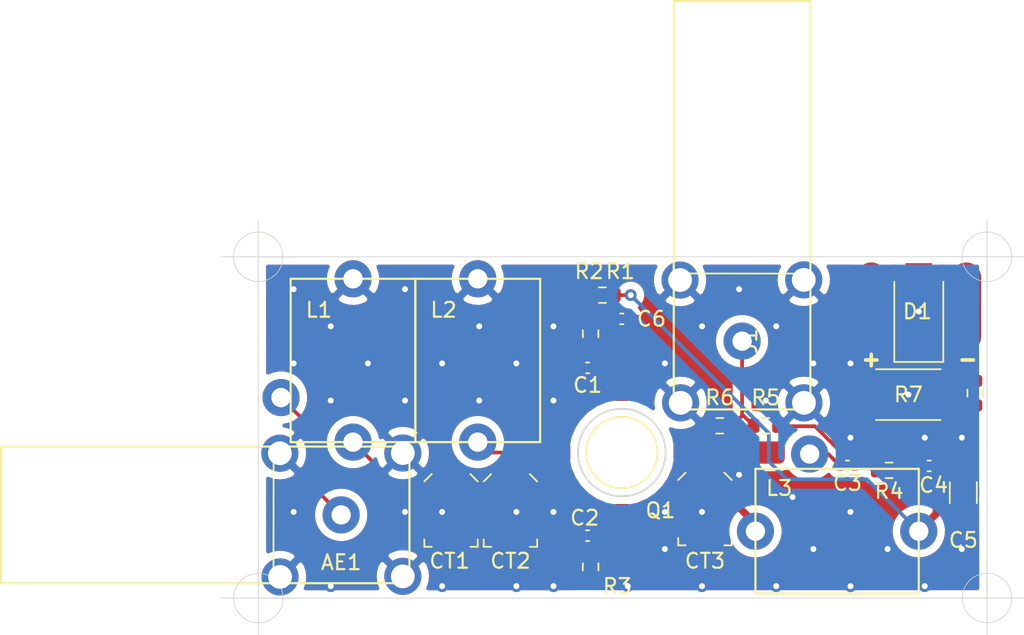
<source format=kicad_pcb>
(kicad_pcb (version 20171130) (host pcbnew "(5.1.9-13-g2d491f9cbd)-1")

  (general
    (thickness 1.6)
    (drawings 26)
    (tracks 110)
    (zones 0)
    (modules 26)
    (nets 14)
  )

  (page A4)
  (layers
    (0 F.Cu signal)
    (31 B.Cu signal hide)
    (32 B.Adhes user hide)
    (33 F.Adhes user hide)
    (34 B.Paste user hide)
    (35 F.Paste user)
    (36 B.SilkS user hide)
    (37 F.SilkS user)
    (38 B.Mask user hide)
    (39 F.Mask user)
    (40 Dwgs.User user)
    (41 Cmts.User user)
    (42 Eco1.User user)
    (43 Eco2.User user)
    (44 Edge.Cuts user)
    (45 Margin user)
    (46 B.CrtYd user)
    (47 F.CrtYd user)
    (48 B.Fab user)
    (49 F.Fab user)
  )

  (setup
    (last_trace_width 0.25)
    (user_trace_width 0.5)
    (trace_clearance 0.2)
    (zone_clearance 0.508)
    (zone_45_only no)
    (trace_min 0.2)
    (via_size 0.8)
    (via_drill 0.4)
    (via_min_size 0.4)
    (via_min_drill 0.3)
    (uvia_size 0.3)
    (uvia_drill 0.1)
    (uvias_allowed no)
    (uvia_min_size 0.2)
    (uvia_min_drill 0.1)
    (edge_width 0.05)
    (segment_width 0.2)
    (pcb_text_width 0.3)
    (pcb_text_size 1.5 1.5)
    (mod_edge_width 0.12)
    (mod_text_size 1 1)
    (mod_text_width 0.15)
    (pad_size 1.524 1.524)
    (pad_drill 0.762)
    (pad_to_mask_clearance 0)
    (aux_axis_origin 0 0)
    (grid_origin 133.76402 113.62182)
    (visible_elements 7FFFEFFF)
    (pcbplotparams
      (layerselection 0x010f0_ffffffff)
      (usegerberextensions false)
      (usegerberattributes true)
      (usegerberadvancedattributes true)
      (creategerberjobfile true)
      (excludeedgelayer true)
      (linewidth 0.100000)
      (plotframeref false)
      (viasonmask false)
      (mode 1)
      (useauxorigin false)
      (hpglpennumber 1)
      (hpglpenspeed 20)
      (hpglpendiameter 15.000000)
      (psnegative false)
      (psa4output false)
      (plotreference true)
      (plotvalue false)
      (plotinvisibletext false)
      (padsonsilk false)
      (subtractmaskfromsilk false)
      (outputformat 1)
      (mirror false)
      (drillshape 0)
      (scaleselection 1)
      (outputdirectory "Gerber/"))
  )

  (net 0 "")
  (net 1 GND)
  (net 2 "Net-(C1-Pad1)")
  (net 3 "Net-(C2-Pad1)")
  (net 4 "Net-(C4-Pad2)")
  (net 5 "Net-(CT3-Pad1)")
  (net 6 "Net-(CT2-Pad1)")
  (net 7 "Net-(C3-Pad2)")
  (net 8 "Net-(CT1-Pad1)")
  (net 9 "Net-(AE1-Pad1)")
  (net 10 "Net-(C3-Pad1)")
  (net 11 "Net-(J1-Pad1)")
  (net 12 +12V)
  (net 13 "Net-(D1-Pad1)")

  (net_class Default "This is the default net class."
    (clearance 0.2)
    (trace_width 0.25)
    (via_dia 0.8)
    (via_drill 0.4)
    (uvia_dia 0.3)
    (uvia_drill 0.1)
    (add_net +12V)
    (add_net GND)
    (add_net "Net-(AE1-Pad1)")
    (add_net "Net-(C1-Pad1)")
    (add_net "Net-(C2-Pad1)")
    (add_net "Net-(C3-Pad1)")
    (add_net "Net-(C3-Pad2)")
    (add_net "Net-(C4-Pad2)")
    (add_net "Net-(CT1-Pad1)")
    (add_net "Net-(CT2-Pad1)")
    (add_net "Net-(CT3-Pad1)")
    (add_net "Net-(D1-Pad1)")
    (add_net "Net-(J1-Pad1)")
  )

  (module Capacitor_SMD:C_Trimmer_Voltronics_JZ (layer F.Cu) (tedit 590DA842) (tstamp 602CD04B)
    (at 123.96402 118.42182 270)
    (descr "trimmer capacitor SMD horizontal, http://www.knowlescapacitors.com/File%20Library/Voltronics/English/GlobalNavigation/Products/Trimmer%20Capacitors/CerChipTrimCap.pdf")
    (tags " Voltronics JR")
    (path /602B4533)
    (attr smd)
    (fp_text reference CT3 (at 3.5 0 180) (layer F.SilkS)
      (effects (font (size 1 1) (thickness 0.15)))
    )
    (fp_text value 4-20pF (at 0 2.85 90) (layer F.Fab)
      (effects (font (size 1 1) (thickness 0.15)))
    )
    (fp_line (start 2.65 -1.85) (end -2.65 -1.85) (layer F.CrtYd) (width 0.05))
    (fp_line (start 2.65 1.85) (end 2.65 -1.85) (layer F.CrtYd) (width 0.05))
    (fp_line (start -2.65 1.85) (end 2.65 1.85) (layer F.CrtYd) (width 0.05))
    (fp_line (start -2.65 -1.85) (end -2.65 1.85) (layer F.CrtYd) (width 0.05))
    (fp_line (start 2.45 1.8) (end 2.45 1.3) (layer F.SilkS) (width 0.12))
    (fp_line (start 2.45 1.8) (end 1.95 1.8) (layer F.SilkS) (width 0.12))
    (fp_line (start 2.45 -1.8) (end 2.45 -1.3) (layer F.SilkS) (width 0.12))
    (fp_line (start 2.45 -1.8) (end 1.95 -1.8) (layer F.SilkS) (width 0.12))
    (fp_line (start -2.45 1.3) (end -1.95 1.8) (layer F.SilkS) (width 0.12))
    (fp_line (start -2.45 -1.3) (end -1.95 -1.8) (layer F.SilkS) (width 0.12))
    (fp_line (start -2.25 -1) (end -1.95 -1.3) (layer F.Fab) (width 0.1))
    (fp_line (start -2.25 1) (end -2.25 -1) (layer F.Fab) (width 0.1))
    (fp_line (start -1.95 1.3) (end -2.25 1) (layer F.Fab) (width 0.1))
    (fp_line (start -1.65 1.6) (end -1.95 1.3) (layer F.Fab) (width 0.1))
    (fp_line (start 2.24 1.6) (end -1.65 1.6) (layer F.Fab) (width 0.1))
    (fp_line (start 2.25 1.6) (end 2.24 1.6) (layer F.Fab) (width 0.1))
    (fp_line (start 2.25 1.59) (end 2.25 1.6) (layer F.Fab) (width 0.1))
    (fp_line (start 2.25 -1.59) (end 2.25 1.59) (layer F.Fab) (width 0.1))
    (fp_line (start 2.25 -1.6) (end 2.25 -1.59) (layer F.Fab) (width 0.1))
    (fp_line (start 2.24 -1.6) (end 2.25 -1.6) (layer F.Fab) (width 0.1))
    (fp_line (start -1.65 -1.6) (end 2.24 -1.6) (layer F.Fab) (width 0.1))
    (fp_line (start -1.95 -1.3) (end -1.65 -1.6) (layer F.Fab) (width 0.1))
    (fp_circle (center 0 0) (end 1.6 0) (layer F.Fab) (width 0.1))
    (fp_text user %R (at 0 0 90) (layer F.Fab)
      (effects (font (size 0.5 0.5) (thickness 0.05)))
    )
    (pad 2 smd rect (at 1.95 0 270) (size 0.9 1.4) (layers F.Cu F.Paste F.Mask)
      (net 1 GND))
    (pad 1 smd rect (at -1.95 0 270) (size 0.9 1.4) (layers F.Cu F.Paste F.Mask)
      (net 5 "Net-(CT3-Pad1)"))
    (model ${KISYS3DMOD}/Capacitor_SMD.3dshapes/C_Trimmer_Voltronics_JZ.wrl
      (at (xyz 0 0 0))
      (scale (xyz 1 1 1))
      (rotate (xyz 0 0 0))
    )
  )

  (module Capacitor_SMD:C_Trimmer_Voltronics_JZ (layer F.Cu) (tedit 590DA842) (tstamp 602FD772)
    (at 110.86402 118.52182 270)
    (descr "trimmer capacitor SMD horizontal, http://www.knowlescapacitors.com/File%20Library/Voltronics/English/GlobalNavigation/Products/Trimmer%20Capacitors/CerChipTrimCap.pdf")
    (tags " Voltronics JR")
    (path /6029D25D)
    (attr smd)
    (fp_text reference CT2 (at 3.4 0 180) (layer F.SilkS)
      (effects (font (size 1 1) (thickness 0.15)))
    )
    (fp_text value 4-20pF (at 0 2.85 90) (layer F.Fab)
      (effects (font (size 1 1) (thickness 0.15)))
    )
    (fp_line (start 2.65 -1.85) (end -2.65 -1.85) (layer F.CrtYd) (width 0.05))
    (fp_line (start 2.65 1.85) (end 2.65 -1.85) (layer F.CrtYd) (width 0.05))
    (fp_line (start -2.65 1.85) (end 2.65 1.85) (layer F.CrtYd) (width 0.05))
    (fp_line (start -2.65 -1.85) (end -2.65 1.85) (layer F.CrtYd) (width 0.05))
    (fp_line (start 2.45 1.8) (end 2.45 1.3) (layer F.SilkS) (width 0.12))
    (fp_line (start 2.45 1.8) (end 1.95 1.8) (layer F.SilkS) (width 0.12))
    (fp_line (start 2.45 -1.8) (end 2.45 -1.3) (layer F.SilkS) (width 0.12))
    (fp_line (start 2.45 -1.8) (end 1.95 -1.8) (layer F.SilkS) (width 0.12))
    (fp_line (start -2.45 1.3) (end -1.95 1.8) (layer F.SilkS) (width 0.12))
    (fp_line (start -2.45 -1.3) (end -1.95 -1.8) (layer F.SilkS) (width 0.12))
    (fp_line (start -2.25 -1) (end -1.95 -1.3) (layer F.Fab) (width 0.1))
    (fp_line (start -2.25 1) (end -2.25 -1) (layer F.Fab) (width 0.1))
    (fp_line (start -1.95 1.3) (end -2.25 1) (layer F.Fab) (width 0.1))
    (fp_line (start -1.65 1.6) (end -1.95 1.3) (layer F.Fab) (width 0.1))
    (fp_line (start 2.24 1.6) (end -1.65 1.6) (layer F.Fab) (width 0.1))
    (fp_line (start 2.25 1.6) (end 2.24 1.6) (layer F.Fab) (width 0.1))
    (fp_line (start 2.25 1.59) (end 2.25 1.6) (layer F.Fab) (width 0.1))
    (fp_line (start 2.25 -1.59) (end 2.25 1.59) (layer F.Fab) (width 0.1))
    (fp_line (start 2.25 -1.6) (end 2.25 -1.59) (layer F.Fab) (width 0.1))
    (fp_line (start 2.24 -1.6) (end 2.25 -1.6) (layer F.Fab) (width 0.1))
    (fp_line (start -1.65 -1.6) (end 2.24 -1.6) (layer F.Fab) (width 0.1))
    (fp_line (start -1.95 -1.3) (end -1.65 -1.6) (layer F.Fab) (width 0.1))
    (fp_circle (center 0 0) (end 1.6 0) (layer F.Fab) (width 0.1))
    (fp_text user %R (at 0 0 90) (layer F.Fab)
      (effects (font (size 0.5 0.5) (thickness 0.05)))
    )
    (pad 2 smd rect (at 1.95 0 270) (size 0.9 1.4) (layers F.Cu F.Paste F.Mask)
      (net 1 GND))
    (pad 1 smd rect (at -1.95 0 270) (size 0.9 1.4) (layers F.Cu F.Paste F.Mask)
      (net 6 "Net-(CT2-Pad1)"))
    (model ${KISYS3DMOD}/Capacitor_SMD.3dshapes/C_Trimmer_Voltronics_JZ.wrl
      (at (xyz 0 0 0))
      (scale (xyz 1 1 1))
      (rotate (xyz 0 0 0))
    )
  )

  (module Capacitor_SMD:C_Trimmer_Voltronics_JZ (layer F.Cu) (tedit 590DA842) (tstamp 602CD009)
    (at 106.86402 118.52182 270)
    (descr "trimmer capacitor SMD horizontal, http://www.knowlescapacitors.com/File%20Library/Voltronics/English/GlobalNavigation/Products/Trimmer%20Capacitors/CerChipTrimCap.pdf")
    (tags " Voltronics JR")
    (path /602959A7)
    (attr smd)
    (fp_text reference CT1 (at 3.4 0.1 180) (layer F.SilkS)
      (effects (font (size 1 1) (thickness 0.15)))
    )
    (fp_text value 4-20pF (at 0 2.85 90) (layer F.Fab)
      (effects (font (size 1 1) (thickness 0.15)))
    )
    (fp_circle (center 0 0) (end 1.6 0) (layer F.Fab) (width 0.1))
    (fp_line (start -1.95 -1.3) (end -1.65 -1.6) (layer F.Fab) (width 0.1))
    (fp_line (start -1.65 -1.6) (end 2.24 -1.6) (layer F.Fab) (width 0.1))
    (fp_line (start 2.24 -1.6) (end 2.25 -1.6) (layer F.Fab) (width 0.1))
    (fp_line (start 2.25 -1.6) (end 2.25 -1.59) (layer F.Fab) (width 0.1))
    (fp_line (start 2.25 -1.59) (end 2.25 1.59) (layer F.Fab) (width 0.1))
    (fp_line (start 2.25 1.59) (end 2.25 1.6) (layer F.Fab) (width 0.1))
    (fp_line (start 2.25 1.6) (end 2.24 1.6) (layer F.Fab) (width 0.1))
    (fp_line (start 2.24 1.6) (end -1.65 1.6) (layer F.Fab) (width 0.1))
    (fp_line (start -1.65 1.6) (end -1.95 1.3) (layer F.Fab) (width 0.1))
    (fp_line (start -1.95 1.3) (end -2.25 1) (layer F.Fab) (width 0.1))
    (fp_line (start -2.25 1) (end -2.25 -1) (layer F.Fab) (width 0.1))
    (fp_line (start -2.25 -1) (end -1.95 -1.3) (layer F.Fab) (width 0.1))
    (fp_line (start -2.45 -1.3) (end -1.95 -1.8) (layer F.SilkS) (width 0.12))
    (fp_line (start -2.45 1.3) (end -1.95 1.8) (layer F.SilkS) (width 0.12))
    (fp_line (start 2.45 -1.8) (end 1.95 -1.8) (layer F.SilkS) (width 0.12))
    (fp_line (start 2.45 -1.8) (end 2.45 -1.3) (layer F.SilkS) (width 0.12))
    (fp_line (start 2.45 1.8) (end 1.95 1.8) (layer F.SilkS) (width 0.12))
    (fp_line (start 2.45 1.8) (end 2.45 1.3) (layer F.SilkS) (width 0.12))
    (fp_line (start -2.65 -1.85) (end -2.65 1.85) (layer F.CrtYd) (width 0.05))
    (fp_line (start -2.65 1.85) (end 2.65 1.85) (layer F.CrtYd) (width 0.05))
    (fp_line (start 2.65 1.85) (end 2.65 -1.85) (layer F.CrtYd) (width 0.05))
    (fp_line (start 2.65 -1.85) (end -2.65 -1.85) (layer F.CrtYd) (width 0.05))
    (fp_text user %R (at 0 0 90) (layer F.Fab)
      (effects (font (size 0.5 0.5) (thickness 0.05)))
    )
    (pad 2 smd rect (at 1.95 0 270) (size 0.9 1.4) (layers F.Cu F.Paste F.Mask)
      (net 1 GND))
    (pad 1 smd rect (at -1.95 0 270) (size 0.9 1.4) (layers F.Cu F.Paste F.Mask)
      (net 8 "Net-(CT1-Pad1)"))
    (model ${KISYS3DMOD}/Capacitor_SMD.3dshapes/C_Trimmer_Voltronics_JZ.wrl
      (at (xyz 0 0 0))
      (scale (xyz 1 1 1))
      (rotate (xyz 0 0 0))
    )
  )

  (module Resistor_SMD:R_2512_6332Metric (layer F.Cu) (tedit 5F68FEEE) (tstamp 602C51E4)
    (at 137.66402 110.72182)
    (descr "Resistor SMD 2512 (6332 Metric), square (rectangular) end terminal, IPC_7351 nominal, (Body size source: IPC-SM-782 page 72, https://www.pcb-3d.com/wordpress/wp-content/uploads/ipc-sm-782a_amendment_1_and_2.pdf), generated with kicad-footprint-generator")
    (tags resistor)
    (path /60299814)
    (attr smd)
    (fp_text reference R7 (at 0 0) (layer F.SilkS)
      (effects (font (size 1 1) (thickness 0.15)))
    )
    (fp_text value 100R (at 0 2.62) (layer F.Fab)
      (effects (font (size 1 1) (thickness 0.15)))
    )
    (fp_line (start 3.82 1.92) (end -3.82 1.92) (layer F.CrtYd) (width 0.05))
    (fp_line (start 3.82 -1.92) (end 3.82 1.92) (layer F.CrtYd) (width 0.05))
    (fp_line (start -3.82 -1.92) (end 3.82 -1.92) (layer F.CrtYd) (width 0.05))
    (fp_line (start -3.82 1.92) (end -3.82 -1.92) (layer F.CrtYd) (width 0.05))
    (fp_line (start -2.177064 1.71) (end 2.177064 1.71) (layer F.SilkS) (width 0.12))
    (fp_line (start -2.177064 -1.71) (end 2.177064 -1.71) (layer F.SilkS) (width 0.12))
    (fp_line (start 3.15 1.6) (end -3.15 1.6) (layer F.Fab) (width 0.1))
    (fp_line (start 3.15 -1.6) (end 3.15 1.6) (layer F.Fab) (width 0.1))
    (fp_line (start -3.15 -1.6) (end 3.15 -1.6) (layer F.Fab) (width 0.1))
    (fp_line (start -3.15 1.6) (end -3.15 -1.6) (layer F.Fab) (width 0.1))
    (fp_text user %R (at 0 0) (layer F.Fab)
      (effects (font (size 1 1) (thickness 0.15)))
    )
    (pad 2 smd roundrect (at 2.9625 0) (size 1.225 3.35) (layers F.Cu F.Paste F.Mask) (roundrect_rratio 0.2040808163265306)
      (net 13 "Net-(D1-Pad1)"))
    (pad 1 smd roundrect (at -2.9625 0) (size 1.225 3.35) (layers F.Cu F.Paste F.Mask) (roundrect_rratio 0.2040808163265306)
      (net 12 +12V))
    (model ${KISYS3DMOD}/Resistor_SMD.3dshapes/R_2512_6332Metric.wrl
      (at (xyz 0 0 0))
      (scale (xyz 1 1 1))
      (rotate (xyz 0 0 0))
    )
  )

  (module Capacitor_SMD:C_0402_1005Metric (layer F.Cu) (tedit 5F68FEEE) (tstamp 602C5142)
    (at 118.36402 105.62182)
    (descr "Capacitor SMD 0402 (1005 Metric), square (rectangular) end terminal, IPC_7351 nominal, (Body size source: IPC-SM-782 page 76, https://www.pcb-3d.com/wordpress/wp-content/uploads/ipc-sm-782a_amendment_1_and_2.pdf), generated with kicad-footprint-generator")
    (tags capacitor)
    (path /602BD56E)
    (attr smd)
    (fp_text reference C6 (at 2 0) (layer F.SilkS)
      (effects (font (size 1 1) (thickness 0.15)))
    )
    (fp_text value 1nF (at 0 1.16) (layer F.Fab)
      (effects (font (size 1 1) (thickness 0.15)))
    )
    (fp_line (start 0.91 0.46) (end -0.91 0.46) (layer F.CrtYd) (width 0.05))
    (fp_line (start 0.91 -0.46) (end 0.91 0.46) (layer F.CrtYd) (width 0.05))
    (fp_line (start -0.91 -0.46) (end 0.91 -0.46) (layer F.CrtYd) (width 0.05))
    (fp_line (start -0.91 0.46) (end -0.91 -0.46) (layer F.CrtYd) (width 0.05))
    (fp_line (start -0.107836 0.36) (end 0.107836 0.36) (layer F.SilkS) (width 0.12))
    (fp_line (start -0.107836 -0.36) (end 0.107836 -0.36) (layer F.SilkS) (width 0.12))
    (fp_line (start 0.5 0.25) (end -0.5 0.25) (layer F.Fab) (width 0.1))
    (fp_line (start 0.5 -0.25) (end 0.5 0.25) (layer F.Fab) (width 0.1))
    (fp_line (start -0.5 -0.25) (end 0.5 -0.25) (layer F.Fab) (width 0.1))
    (fp_line (start -0.5 0.25) (end -0.5 -0.25) (layer F.Fab) (width 0.1))
    (fp_text user %R (at 0 0) (layer F.Fab)
      (effects (font (size 0.25 0.25) (thickness 0.04)))
    )
    (pad 2 smd roundrect (at 0.48 0) (size 0.56 0.62) (layers F.Cu F.Paste F.Mask) (roundrect_rratio 0.25)
      (net 1 GND))
    (pad 1 smd roundrect (at -0.48 0) (size 0.56 0.62) (layers F.Cu F.Paste F.Mask) (roundrect_rratio 0.25)
      (net 4 "Net-(C4-Pad2)"))
    (model ${KISYS3DMOD}/Capacitor_SMD.3dshapes/C_0402_1005Metric.wrl
      (at (xyz 0 0 0))
      (scale (xyz 1 1 1))
      (rotate (xyz 0 0 0))
    )
  )

  (module Capacitor_SMD:C_0402_1005Metric (layer F.Cu) (tedit 5F68FEEE) (tstamp 602C5131)
    (at 139.06402 115.52182)
    (descr "Capacitor SMD 0402 (1005 Metric), square (rectangular) end terminal, IPC_7351 nominal, (Body size source: IPC-SM-782 page 76, https://www.pcb-3d.com/wordpress/wp-content/uploads/ipc-sm-782a_amendment_1_and_2.pdf), generated with kicad-footprint-generator")
    (tags capacitor)
    (path /602981AA)
    (attr smd)
    (fp_text reference C4 (at 0.3 1.3) (layer F.SilkS)
      (effects (font (size 1 1) (thickness 0.15)))
    )
    (fp_text value 1nF (at 0 1.16) (layer F.Fab)
      (effects (font (size 1 1) (thickness 0.15)))
    )
    (fp_line (start 0.91 0.46) (end -0.91 0.46) (layer F.CrtYd) (width 0.05))
    (fp_line (start 0.91 -0.46) (end 0.91 0.46) (layer F.CrtYd) (width 0.05))
    (fp_line (start -0.91 -0.46) (end 0.91 -0.46) (layer F.CrtYd) (width 0.05))
    (fp_line (start -0.91 0.46) (end -0.91 -0.46) (layer F.CrtYd) (width 0.05))
    (fp_line (start -0.107836 0.36) (end 0.107836 0.36) (layer F.SilkS) (width 0.12))
    (fp_line (start -0.107836 -0.36) (end 0.107836 -0.36) (layer F.SilkS) (width 0.12))
    (fp_line (start 0.5 0.25) (end -0.5 0.25) (layer F.Fab) (width 0.1))
    (fp_line (start 0.5 -0.25) (end 0.5 0.25) (layer F.Fab) (width 0.1))
    (fp_line (start -0.5 -0.25) (end 0.5 -0.25) (layer F.Fab) (width 0.1))
    (fp_line (start -0.5 0.25) (end -0.5 -0.25) (layer F.Fab) (width 0.1))
    (fp_text user %R (at 0 0) (layer F.Fab)
      (effects (font (size 0.25 0.25) (thickness 0.04)))
    )
    (pad 2 smd roundrect (at 0.48 0) (size 0.56 0.62) (layers F.Cu F.Paste F.Mask) (roundrect_rratio 0.25)
      (net 4 "Net-(C4-Pad2)"))
    (pad 1 smd roundrect (at -0.48 0) (size 0.56 0.62) (layers F.Cu F.Paste F.Mask) (roundrect_rratio 0.25)
      (net 1 GND))
    (model ${KISYS3DMOD}/Capacitor_SMD.3dshapes/C_0402_1005Metric.wrl
      (at (xyz 0 0 0))
      (scale (xyz 1 1 1))
      (rotate (xyz 0 0 0))
    )
  )

  (module Capacitor_SMD:C_0402_1005Metric (layer F.Cu) (tedit 5F68FEEE) (tstamp 602DB4C1)
    (at 133.56402 115.52182 180)
    (descr "Capacitor SMD 0402 (1005 Metric), square (rectangular) end terminal, IPC_7351 nominal, (Body size source: IPC-SM-782 page 76, https://www.pcb-3d.com/wordpress/wp-content/uploads/ipc-sm-782a_amendment_1_and_2.pdf), generated with kicad-footprint-generator")
    (tags capacitor)
    (path /602B6BD2)
    (attr smd)
    (fp_text reference C3 (at 0 -1.16) (layer F.SilkS)
      (effects (font (size 1 1) (thickness 0.15)))
    )
    (fp_text value 1nF (at 0 1.16) (layer F.Fab)
      (effects (font (size 1 1) (thickness 0.15)))
    )
    (fp_line (start 0.91 0.46) (end -0.91 0.46) (layer F.CrtYd) (width 0.05))
    (fp_line (start 0.91 -0.46) (end 0.91 0.46) (layer F.CrtYd) (width 0.05))
    (fp_line (start -0.91 -0.46) (end 0.91 -0.46) (layer F.CrtYd) (width 0.05))
    (fp_line (start -0.91 0.46) (end -0.91 -0.46) (layer F.CrtYd) (width 0.05))
    (fp_line (start -0.107836 0.36) (end 0.107836 0.36) (layer F.SilkS) (width 0.12))
    (fp_line (start -0.107836 -0.36) (end 0.107836 -0.36) (layer F.SilkS) (width 0.12))
    (fp_line (start 0.5 0.25) (end -0.5 0.25) (layer F.Fab) (width 0.1))
    (fp_line (start 0.5 -0.25) (end 0.5 0.25) (layer F.Fab) (width 0.1))
    (fp_line (start -0.5 -0.25) (end 0.5 -0.25) (layer F.Fab) (width 0.1))
    (fp_line (start -0.5 0.25) (end -0.5 -0.25) (layer F.Fab) (width 0.1))
    (fp_text user %R (at 0 0) (layer F.Fab)
      (effects (font (size 0.25 0.25) (thickness 0.04)))
    )
    (pad 2 smd roundrect (at 0.48 0 180) (size 0.56 0.62) (layers F.Cu F.Paste F.Mask) (roundrect_rratio 0.25)
      (net 7 "Net-(C3-Pad2)"))
    (pad 1 smd roundrect (at -0.48 0 180) (size 0.56 0.62) (layers F.Cu F.Paste F.Mask) (roundrect_rratio 0.25)
      (net 10 "Net-(C3-Pad1)"))
    (model ${KISYS3DMOD}/Capacitor_SMD.3dshapes/C_0402_1005Metric.wrl
      (at (xyz 0 0 0))
      (scale (xyz 1 1 1))
      (rotate (xyz 0 0 0))
    )
  )

  (module Capacitor_SMD:C_0402_1005Metric (layer F.Cu) (tedit 5F68FEEE) (tstamp 602C5120)
    (at 116.06402 120.22182 180)
    (descr "Capacitor SMD 0402 (1005 Metric), square (rectangular) end terminal, IPC_7351 nominal, (Body size source: IPC-SM-782 page 76, https://www.pcb-3d.com/wordpress/wp-content/uploads/ipc-sm-782a_amendment_1_and_2.pdf), generated with kicad-footprint-generator")
    (tags capacitor)
    (path /602AED77)
    (attr smd)
    (fp_text reference C2 (at 0.2 1.2) (layer F.SilkS)
      (effects (font (size 1 1) (thickness 0.15)))
    )
    (fp_text value 1nF (at 0 1.16) (layer F.Fab)
      (effects (font (size 1 1) (thickness 0.15)))
    )
    (fp_line (start 0.91 0.46) (end -0.91 0.46) (layer F.CrtYd) (width 0.05))
    (fp_line (start 0.91 -0.46) (end 0.91 0.46) (layer F.CrtYd) (width 0.05))
    (fp_line (start -0.91 -0.46) (end 0.91 -0.46) (layer F.CrtYd) (width 0.05))
    (fp_line (start -0.91 0.46) (end -0.91 -0.46) (layer F.CrtYd) (width 0.05))
    (fp_line (start -0.107836 0.36) (end 0.107836 0.36) (layer F.SilkS) (width 0.12))
    (fp_line (start -0.107836 -0.36) (end 0.107836 -0.36) (layer F.SilkS) (width 0.12))
    (fp_line (start 0.5 0.25) (end -0.5 0.25) (layer F.Fab) (width 0.1))
    (fp_line (start 0.5 -0.25) (end 0.5 0.25) (layer F.Fab) (width 0.1))
    (fp_line (start -0.5 -0.25) (end 0.5 -0.25) (layer F.Fab) (width 0.1))
    (fp_line (start -0.5 0.25) (end -0.5 -0.25) (layer F.Fab) (width 0.1))
    (fp_text user %R (at 0 0) (layer F.Fab)
      (effects (font (size 0.25 0.25) (thickness 0.04)))
    )
    (pad 2 smd roundrect (at 0.48 0 180) (size 0.56 0.62) (layers F.Cu F.Paste F.Mask) (roundrect_rratio 0.25)
      (net 1 GND))
    (pad 1 smd roundrect (at -0.48 0 180) (size 0.56 0.62) (layers F.Cu F.Paste F.Mask) (roundrect_rratio 0.25)
      (net 3 "Net-(C2-Pad1)"))
    (model ${KISYS3DMOD}/Capacitor_SMD.3dshapes/C_0402_1005Metric.wrl
      (at (xyz 0 0 0))
      (scale (xyz 1 1 1))
      (rotate (xyz 0 0 0))
    )
  )

  (module Capacitor_SMD:C_0402_1005Metric (layer F.Cu) (tedit 5F68FEEE) (tstamp 602C510F)
    (at 116.06402 108.92182 180)
    (descr "Capacitor SMD 0402 (1005 Metric), square (rectangular) end terminal, IPC_7351 nominal, (Body size source: IPC-SM-782 page 76, https://www.pcb-3d.com/wordpress/wp-content/uploads/ipc-sm-782a_amendment_1_and_2.pdf), generated with kicad-footprint-generator")
    (tags capacitor)
    (path /6029DE23)
    (attr smd)
    (fp_text reference C1 (at 0 -1.16) (layer F.SilkS)
      (effects (font (size 1 1) (thickness 0.15)))
    )
    (fp_text value 1nF (at 0 1.16) (layer F.Fab)
      (effects (font (size 1 1) (thickness 0.15)))
    )
    (fp_line (start 0.91 0.46) (end -0.91 0.46) (layer F.CrtYd) (width 0.05))
    (fp_line (start 0.91 -0.46) (end 0.91 0.46) (layer F.CrtYd) (width 0.05))
    (fp_line (start -0.91 -0.46) (end 0.91 -0.46) (layer F.CrtYd) (width 0.05))
    (fp_line (start -0.91 0.46) (end -0.91 -0.46) (layer F.CrtYd) (width 0.05))
    (fp_line (start -0.107836 0.36) (end 0.107836 0.36) (layer F.SilkS) (width 0.12))
    (fp_line (start -0.107836 -0.36) (end 0.107836 -0.36) (layer F.SilkS) (width 0.12))
    (fp_line (start 0.5 0.25) (end -0.5 0.25) (layer F.Fab) (width 0.1))
    (fp_line (start 0.5 -0.25) (end 0.5 0.25) (layer F.Fab) (width 0.1))
    (fp_line (start -0.5 -0.25) (end 0.5 -0.25) (layer F.Fab) (width 0.1))
    (fp_line (start -0.5 0.25) (end -0.5 -0.25) (layer F.Fab) (width 0.1))
    (fp_text user %R (at 0 0) (layer F.Fab)
      (effects (font (size 0.25 0.25) (thickness 0.04)))
    )
    (pad 2 smd roundrect (at 0.48 0 180) (size 0.56 0.62) (layers F.Cu F.Paste F.Mask) (roundrect_rratio 0.25)
      (net 1 GND))
    (pad 1 smd roundrect (at -0.48 0 180) (size 0.56 0.62) (layers F.Cu F.Paste F.Mask) (roundrect_rratio 0.25)
      (net 2 "Net-(C1-Pad1)"))
    (model ${KISYS3DMOD}/Capacitor_SMD.3dshapes/C_0402_1005Metric.wrl
      (at (xyz 0 0 0))
      (scale (xyz 1 1 1))
      (rotate (xyz 0 0 0))
    )
  )

  (module Inductor:L_6T_11mm_intdiam6.3mm_1mm_wire_tap4.5TR (layer F.Cu) (tedit 602D836A) (tstamp 602CD056)
    (at 100.26402 102.92182 270)
    (path /6029B419)
    (fp_text reference L1 (at 2.1 2.3 180) (layer F.SilkS)
      (effects (font (size 1 1) (thickness 0.15)))
    )
    (fp_text value L-Tap (at 6.9723 6.1087 90) (layer F.Fab)
      (effects (font (size 1 1) (thickness 0.15)))
    )
    (fp_line (start 0 -4.2) (end 0 4.2) (layer F.SilkS) (width 0.15))
    (fp_line (start 11 -4.2) (end 0 -4.2) (layer F.SilkS) (width 0.15))
    (fp_line (start 11 4.2) (end 11 -4.2) (layer F.SilkS) (width 0.15))
    (fp_line (start 0 4.2) (end 11 4.2) (layer F.SilkS) (width 0.15))
    (pad 3 thru_hole circle (at 8 4.85 270) (size 2.5 2.5) (drill 1.3) (layers *.Cu *.Mask)
      (net 9 "Net-(AE1-Pad1)"))
    (pad 1 thru_hole circle (at 11 0 270) (size 2.5 2.5) (drill 1.3) (layers *.Cu *.Mask)
      (net 8 "Net-(CT1-Pad1)"))
    (pad 2 thru_hole circle (at 0 0 270) (size 2.5 2.5) (drill 1.3) (layers *.Cu *.Mask)
      (net 1 GND))
  )

  (module NetTie:NetTie-2_SMD_Pad2.0mm (layer F.Cu) (tedit 5A1CF73E) (tstamp 602FD607)
    (at 141.56402 104.82182 90)
    (descr "Net tie, 2 pin, 2.0mm square SMD pads")
    (tags "net tie")
    (path /60309FBE)
    (attr virtual)
    (fp_text reference H2 (at -1.9 -0.1 180) (layer F.SilkS) hide
      (effects (font (size 1 1) (thickness 0.15)))
    )
    (fp_text value 0V (at 0 2 90) (layer F.Fab)
      (effects (font (size 1 1) (thickness 0.15)))
    )
    (fp_line (start -3.25 -1.25) (end 3.25 -1.25) (layer F.CrtYd) (width 0.05))
    (fp_line (start 3.25 -1.25) (end 3.25 1.25) (layer F.CrtYd) (width 0.05))
    (fp_line (start 3.25 1.25) (end -3.25 1.25) (layer F.CrtYd) (width 0.05))
    (fp_line (start -3.25 1.25) (end -3.25 -1.25) (layer F.CrtYd) (width 0.05))
    (fp_poly (pts (xy -2 -1) (xy 2 -1) (xy 2 1) (xy -2 1)) (layer F.Cu) (width 0))
    (pad 2 smd circle (at 2 0 90) (size 2 2) (layers F.Cu))
    (pad 1 smd circle (at -2 0 90) (size 2 2) (layers F.Cu)
      (net 1 GND))
  )

  (module NetTie:NetTie-2_SMD_Pad2.0mm (layer F.Cu) (tedit 5A1CF73E) (tstamp 602FD5E9)
    (at 135.16402 104.82182 90)
    (descr "Net tie, 2 pin, 2.0mm square SMD pads")
    (tags "net tie")
    (path /60308216)
    (attr virtual)
    (fp_text reference H1 (at -2.6 0.1 180) (layer F.SilkS) hide
      (effects (font (size 1 1) (thickness 0.15)))
    )
    (fp_text value 12V (at 0 2 90) (layer F.Fab)
      (effects (font (size 1 1) (thickness 0.15)))
    )
    (fp_line (start -3.25 -1.25) (end 3.25 -1.25) (layer F.CrtYd) (width 0.05))
    (fp_line (start 3.25 -1.25) (end 3.25 1.25) (layer F.CrtYd) (width 0.05))
    (fp_line (start 3.25 1.25) (end -3.25 1.25) (layer F.CrtYd) (width 0.05))
    (fp_line (start -3.25 1.25) (end -3.25 -1.25) (layer F.CrtYd) (width 0.05))
    (fp_poly (pts (xy -2 -1) (xy 2 -1) (xy 2 1) (xy -2 1)) (layer F.Cu) (width 0))
    (pad 2 smd circle (at 2 0 90) (size 2 2) (layers F.Cu))
    (pad 1 smd circle (at -2 0 90) (size 2 2) (layers F.Cu)
      (net 12 +12V))
  )

  (module Resistor_SMD:R_0603_1608Metric (layer F.Cu) (tedit 5F68FEEE) (tstamp 602D941E)
    (at 142.16402 110.62182 270)
    (descr "Resistor SMD 0603 (1608 Metric), square (rectangular) end terminal, IPC_7351 nominal, (Body size source: IPC-SM-782 page 72, https://www.pcb-3d.com/wordpress/wp-content/uploads/ipc-sm-782a_amendment_1_and_2.pdf), generated with kicad-footprint-generator")
    (tags resistor)
    (path /602F626D)
    (attr smd)
    (fp_text reference FB1 (at -2 0.3 180) (layer F.SilkS) hide
      (effects (font (size 0.75 0.75) (thickness 0.15)))
    )
    (fp_text value 1k (at 0 1.43 90) (layer F.Fab)
      (effects (font (size 1 1) (thickness 0.15)))
    )
    (fp_line (start 1.48 0.73) (end -1.48 0.73) (layer F.CrtYd) (width 0.05))
    (fp_line (start 1.48 -0.73) (end 1.48 0.73) (layer F.CrtYd) (width 0.05))
    (fp_line (start -1.48 -0.73) (end 1.48 -0.73) (layer F.CrtYd) (width 0.05))
    (fp_line (start -1.48 0.73) (end -1.48 -0.73) (layer F.CrtYd) (width 0.05))
    (fp_line (start -0.237258 0.5225) (end 0.237258 0.5225) (layer F.SilkS) (width 0.12))
    (fp_line (start -0.237258 -0.5225) (end 0.237258 -0.5225) (layer F.SilkS) (width 0.12))
    (fp_line (start 0.8 0.4125) (end -0.8 0.4125) (layer F.Fab) (width 0.1))
    (fp_line (start 0.8 -0.4125) (end 0.8 0.4125) (layer F.Fab) (width 0.1))
    (fp_line (start -0.8 -0.4125) (end 0.8 -0.4125) (layer F.Fab) (width 0.1))
    (fp_line (start -0.8 0.4125) (end -0.8 -0.4125) (layer F.Fab) (width 0.1))
    (fp_text user %R (at 0 0 90) (layer F.Fab)
      (effects (font (size 0.4 0.4) (thickness 0.06)))
    )
    (pad 2 smd roundrect (at 0.825 0 270) (size 0.8 0.95) (layers F.Cu F.Paste F.Mask) (roundrect_rratio 0.25)
      (net 4 "Net-(C4-Pad2)"))
    (pad 1 smd roundrect (at -0.825 0 270) (size 0.8 0.95) (layers F.Cu F.Paste F.Mask) (roundrect_rratio 0.25)
      (net 13 "Net-(D1-Pad1)"))
    (model ${KISYS3DMOD}/Resistor_SMD.3dshapes/R_0603_1608Metric.wrl
      (at (xyz 0 0 0))
      (scale (xyz 1 1 1))
      (rotate (xyz 0 0 0))
    )
  )

  (module Connector2:Urydell_SMA_Haaks (layer F.Cu) (tedit 602FDBF6) (tstamp 602CE0A0)
    (at 126.46402 107.12182 90)
    (path /602CFD53)
    (fp_text reference J1 (at 0 0.5 90) (layer F.SilkS)
      (effects (font (size 1 1) (thickness 0.15)))
    )
    (fp_text value Conn_Coaxial (at 0 -0.5 90) (layer F.Fab) hide
      (effects (font (size 1 1) (thickness 0.15)))
    )
    (fp_line (start 4.5593 -4.5974) (end 4.5466 4.6355) (layer F.SilkS) (width 0.12))
    (fp_line (start -4.6 -4.6) (end 22.9 -4.6) (layer F.SilkS) (width 0.15))
    (fp_line (start -4.6 -4.6) (end -4.6 4.6) (layer F.SilkS) (width 0.15))
    (fp_line (start -4.6 4.6) (end 22.9 4.6) (layer F.SilkS) (width 0.15))
    (fp_line (start 22.9 -4.6) (end 22.9 4.6) (layer F.SilkS) (width 0.15))
    (pad 2 thru_hole circle (at -4.1529 4.1656 90) (size 2.5 2.5) (drill 1.6) (layers *.Cu *.Mask)
      (net 1 GND))
    (pad 2 thru_hole circle (at 4.1275 4.1529 90) (size 2.5 2.5) (drill 1.6) (layers *.Cu *.Mask)
      (net 1 GND))
    (pad 2 thru_hole circle (at 4.1148 -4.1783 90) (size 2.5 2.5) (drill 1.6) (layers *.Cu *.Mask)
      (net 1 GND))
    (pad 2 thru_hole circle (at -4.1529 -4.1402 90) (size 2.5 2.5) (drill 1.6) (layers *.Cu *.Mask)
      (net 1 GND))
    (pad 1 thru_hole circle (at 0 0 90) (size 2.5 2.5) (drill 1.3) (layers *.Cu *.Mask)
      (net 11 "Net-(J1-Pad1)"))
  )

  (module Diode_SMD:D_SMA (layer F.Cu) (tedit 586432E5) (tstamp 602FD5B1)
    (at 138.36402 105.12182 90)
    (descr "Diode SMA (DO-214AC)")
    (tags "Diode SMA (DO-214AC)")
    (path /60298EF1)
    (attr smd)
    (fp_text reference D1 (at 0 -0.1 180) (layer F.SilkS)
      (effects (font (size 1 1) (thickness 0.15)))
    )
    (fp_text value SMA12JA (at 0 2.6 90) (layer F.Fab)
      (effects (font (size 1 1) (thickness 0.15)))
    )
    (fp_line (start -3.4 -1.65) (end 2 -1.65) (layer F.SilkS) (width 0.12))
    (fp_line (start -3.4 1.65) (end 2 1.65) (layer F.SilkS) (width 0.12))
    (fp_line (start -0.64944 0.00102) (end 0.50118 -0.79908) (layer F.Fab) (width 0.1))
    (fp_line (start -0.64944 0.00102) (end 0.50118 0.75032) (layer F.Fab) (width 0.1))
    (fp_line (start 0.50118 0.75032) (end 0.50118 -0.79908) (layer F.Fab) (width 0.1))
    (fp_line (start -0.64944 -0.79908) (end -0.64944 0.80112) (layer F.Fab) (width 0.1))
    (fp_line (start 0.50118 0.00102) (end 1.4994 0.00102) (layer F.Fab) (width 0.1))
    (fp_line (start -0.64944 0.00102) (end -1.55114 0.00102) (layer F.Fab) (width 0.1))
    (fp_line (start -3.5 1.75) (end -3.5 -1.75) (layer F.CrtYd) (width 0.05))
    (fp_line (start 3.5 1.75) (end -3.5 1.75) (layer F.CrtYd) (width 0.05))
    (fp_line (start 3.5 -1.75) (end 3.5 1.75) (layer F.CrtYd) (width 0.05))
    (fp_line (start -3.5 -1.75) (end 3.5 -1.75) (layer F.CrtYd) (width 0.05))
    (fp_line (start 2.3 -1.5) (end -2.3 -1.5) (layer F.Fab) (width 0.1))
    (fp_line (start 2.3 -1.5) (end 2.3 1.5) (layer F.Fab) (width 0.1))
    (fp_line (start -2.3 1.5) (end -2.3 -1.5) (layer F.Fab) (width 0.1))
    (fp_line (start 2.3 1.5) (end -2.3 1.5) (layer F.Fab) (width 0.1))
    (fp_line (start -3.4 -1.65) (end -3.4 1.65) (layer F.SilkS) (width 0.12))
    (fp_text user %R (at 0 -2.5 90) (layer F.Fab)
      (effects (font (size 1 1) (thickness 0.15)))
    )
    (pad 2 smd rect (at 2 0 90) (size 2.5 1.8) (layers F.Cu F.Paste F.Mask)
      (net 1 GND))
    (pad 1 smd rect (at -2 0 90) (size 2.5 1.8) (layers F.Cu F.Paste F.Mask)
      (net 13 "Net-(D1-Pad1)"))
    (model ${KISYS3DMOD}/Diode_SMD.3dshapes/D_SMA.wrl
      (at (xyz 0 0 0))
      (scale (xyz 1 1 1))
      (rotate (xyz 0 0 0))
    )
  )

  (module Capacitor_SMD:C_1206_3216Metric (layer F.Cu) (tedit 5F68FEEE) (tstamp 602CDF7B)
    (at 141.36402 117.32182 270)
    (descr "Capacitor SMD 1206 (3216 Metric), square (rectangular) end terminal, IPC_7351 nominal, (Body size source: IPC-SM-782 page 76, https://www.pcb-3d.com/wordpress/wp-content/uploads/ipc-sm-782a_amendment_1_and_2.pdf), generated with kicad-footprint-generator")
    (tags capacitor)
    (path /602BE909)
    (attr smd)
    (fp_text reference C5 (at 3.2 0 180) (layer F.SilkS)
      (effects (font (size 1 1) (thickness 0.15)))
    )
    (fp_text value 10uF/10V (at 0 1.85 90) (layer F.Fab)
      (effects (font (size 1 1) (thickness 0.15)))
    )
    (fp_line (start 2.3 1.15) (end -2.3 1.15) (layer F.CrtYd) (width 0.05))
    (fp_line (start 2.3 -1.15) (end 2.3 1.15) (layer F.CrtYd) (width 0.05))
    (fp_line (start -2.3 -1.15) (end 2.3 -1.15) (layer F.CrtYd) (width 0.05))
    (fp_line (start -2.3 1.15) (end -2.3 -1.15) (layer F.CrtYd) (width 0.05))
    (fp_line (start -0.711252 0.91) (end 0.711252 0.91) (layer F.SilkS) (width 0.12))
    (fp_line (start -0.711252 -0.91) (end 0.711252 -0.91) (layer F.SilkS) (width 0.12))
    (fp_line (start 1.6 0.8) (end -1.6 0.8) (layer F.Fab) (width 0.1))
    (fp_line (start 1.6 -0.8) (end 1.6 0.8) (layer F.Fab) (width 0.1))
    (fp_line (start -1.6 -0.8) (end 1.6 -0.8) (layer F.Fab) (width 0.1))
    (fp_line (start -1.6 0.8) (end -1.6 -0.8) (layer F.Fab) (width 0.1))
    (fp_text user %R (at 0 0 90) (layer F.Fab)
      (effects (font (size 0.8 0.8) (thickness 0.12)))
    )
    (pad 2 smd roundrect (at 1.475 0 270) (size 1.15 1.8) (layers F.Cu F.Paste F.Mask) (roundrect_rratio 0.2173904347826087)
      (net 1 GND))
    (pad 1 smd roundrect (at -1.475 0 270) (size 1.15 1.8) (layers F.Cu F.Paste F.Mask) (roundrect_rratio 0.2173904347826087)
      (net 4 "Net-(C4-Pad2)"))
    (model ${KISYS3DMOD}/Capacitor_SMD.3dshapes/C_1206_3216Metric.wrl
      (at (xyz 0 0 0))
      (scale (xyz 1 1 1))
      (rotate (xyz 0 0 0))
    )
  )

  (module Connector2:Urydell_SMA_Haaks (layer F.Cu) (tedit 602FDBF6) (tstamp 602CDEF9)
    (at 99.46402 118.82182 180)
    (path /6029253B)
    (fp_text reference AE1 (at 0 -3.2) (layer F.SilkS)
      (effects (font (size 1 1) (thickness 0.15)))
    )
    (fp_text value Antenna_Shield (at 0 -0.5) (layer F.Fab) hide
      (effects (font (size 1 1) (thickness 0.15)))
    )
    (fp_line (start 4.5593 -4.5974) (end 4.5466 4.6355) (layer F.SilkS) (width 0.12))
    (fp_line (start -4.6 -4.6) (end 22.9 -4.6) (layer F.SilkS) (width 0.15))
    (fp_line (start -4.6 -4.6) (end -4.6 4.6) (layer F.SilkS) (width 0.15))
    (fp_line (start -4.6 4.6) (end 22.9 4.6) (layer F.SilkS) (width 0.15))
    (fp_line (start 22.9 -4.6) (end 22.9 4.6) (layer F.SilkS) (width 0.15))
    (pad 2 thru_hole circle (at -4.1529 4.1656 180) (size 2.5 2.5) (drill 1.6) (layers *.Cu *.Mask)
      (net 1 GND))
    (pad 2 thru_hole circle (at 4.1275 4.1529 180) (size 2.5 2.5) (drill 1.6) (layers *.Cu *.Mask)
      (net 1 GND))
    (pad 2 thru_hole circle (at 4.1148 -4.1783 180) (size 2.5 2.5) (drill 1.6) (layers *.Cu *.Mask)
      (net 1 GND))
    (pad 2 thru_hole circle (at -4.1529 -4.1402 180) (size 2.5 2.5) (drill 1.6) (layers *.Cu *.Mask)
      (net 1 GND))
    (pad 1 thru_hole circle (at 0 0 180) (size 2.5 2.5) (drill 1.3) (layers *.Cu *.Mask)
      (net 9 "Net-(AE1-Pad1)"))
  )

  (module Resistor_SMD:R_0603_1608Metric (layer F.Cu) (tedit 5F68FEEE) (tstamp 602C51D3)
    (at 124.96402 112.82182 180)
    (descr "Resistor SMD 0603 (1608 Metric), square (rectangular) end terminal, IPC_7351 nominal, (Body size source: IPC-SM-782 page 72, https://www.pcb-3d.com/wordpress/wp-content/uploads/ipc-sm-782a_amendment_1_and_2.pdf), generated with kicad-footprint-generator")
    (tags resistor)
    (path /602B950F)
    (attr smd)
    (fp_text reference R6 (at 0 1.9) (layer F.SilkS)
      (effects (font (size 1 1) (thickness 0.15)))
    )
    (fp_text value 270R (at 0 1.43) (layer F.Fab)
      (effects (font (size 1 1) (thickness 0.15)))
    )
    (fp_line (start 1.48 0.73) (end -1.48 0.73) (layer F.CrtYd) (width 0.05))
    (fp_line (start 1.48 -0.73) (end 1.48 0.73) (layer F.CrtYd) (width 0.05))
    (fp_line (start -1.48 -0.73) (end 1.48 -0.73) (layer F.CrtYd) (width 0.05))
    (fp_line (start -1.48 0.73) (end -1.48 -0.73) (layer F.CrtYd) (width 0.05))
    (fp_line (start -0.237258 0.5225) (end 0.237258 0.5225) (layer F.SilkS) (width 0.12))
    (fp_line (start -0.237258 -0.5225) (end 0.237258 -0.5225) (layer F.SilkS) (width 0.12))
    (fp_line (start 0.8 0.4125) (end -0.8 0.4125) (layer F.Fab) (width 0.1))
    (fp_line (start 0.8 -0.4125) (end 0.8 0.4125) (layer F.Fab) (width 0.1))
    (fp_line (start -0.8 -0.4125) (end 0.8 -0.4125) (layer F.Fab) (width 0.1))
    (fp_line (start -0.8 0.4125) (end -0.8 -0.4125) (layer F.Fab) (width 0.1))
    (fp_text user %R (at 0 0) (layer F.Fab)
      (effects (font (size 0.4 0.4) (thickness 0.06)))
    )
    (pad 2 smd roundrect (at 0.825 0 180) (size 0.8 0.95) (layers F.Cu F.Paste F.Mask) (roundrect_rratio 0.25)
      (net 1 GND))
    (pad 1 smd roundrect (at -0.825 0 180) (size 0.8 0.95) (layers F.Cu F.Paste F.Mask) (roundrect_rratio 0.25)
      (net 11 "Net-(J1-Pad1)"))
    (model ${KISYS3DMOD}/Resistor_SMD.3dshapes/R_0603_1608Metric.wrl
      (at (xyz 0 0 0))
      (scale (xyz 1 1 1))
      (rotate (xyz 0 0 0))
    )
  )

  (module Resistor_SMD:R_0603_1608Metric (layer F.Cu) (tedit 5F68FEEE) (tstamp 602C51C2)
    (at 128.06402 112.82182)
    (descr "Resistor SMD 0603 (1608 Metric), square (rectangular) end terminal, IPC_7351 nominal, (Body size source: IPC-SM-782 page 72, https://www.pcb-3d.com/wordpress/wp-content/uploads/ipc-sm-782a_amendment_1_and_2.pdf), generated with kicad-footprint-generator")
    (tags resistor)
    (path /602B8BA9)
    (attr smd)
    (fp_text reference R5 (at 0 -1.9) (layer F.SilkS)
      (effects (font (size 1 1) (thickness 0.15)))
    )
    (fp_text value 18R (at 0 1.43) (layer F.Fab)
      (effects (font (size 1 1) (thickness 0.15)))
    )
    (fp_line (start 1.48 0.73) (end -1.48 0.73) (layer F.CrtYd) (width 0.05))
    (fp_line (start 1.48 -0.73) (end 1.48 0.73) (layer F.CrtYd) (width 0.05))
    (fp_line (start -1.48 -0.73) (end 1.48 -0.73) (layer F.CrtYd) (width 0.05))
    (fp_line (start -1.48 0.73) (end -1.48 -0.73) (layer F.CrtYd) (width 0.05))
    (fp_line (start -0.237258 0.5225) (end 0.237258 0.5225) (layer F.SilkS) (width 0.12))
    (fp_line (start -0.237258 -0.5225) (end 0.237258 -0.5225) (layer F.SilkS) (width 0.12))
    (fp_line (start 0.8 0.4125) (end -0.8 0.4125) (layer F.Fab) (width 0.1))
    (fp_line (start 0.8 -0.4125) (end 0.8 0.4125) (layer F.Fab) (width 0.1))
    (fp_line (start -0.8 -0.4125) (end 0.8 -0.4125) (layer F.Fab) (width 0.1))
    (fp_line (start -0.8 0.4125) (end -0.8 -0.4125) (layer F.Fab) (width 0.1))
    (fp_text user %R (at 0 0) (layer F.Fab)
      (effects (font (size 0.4 0.4) (thickness 0.06)))
    )
    (pad 2 smd roundrect (at 0.825 0) (size 0.8 0.95) (layers F.Cu F.Paste F.Mask) (roundrect_rratio 0.25)
      (net 10 "Net-(C3-Pad1)"))
    (pad 1 smd roundrect (at -0.825 0) (size 0.8 0.95) (layers F.Cu F.Paste F.Mask) (roundrect_rratio 0.25)
      (net 11 "Net-(J1-Pad1)"))
    (model ${KISYS3DMOD}/Resistor_SMD.3dshapes/R_0603_1608Metric.wrl
      (at (xyz 0 0 0))
      (scale (xyz 1 1 1))
      (rotate (xyz 0 0 0))
    )
  )

  (module Resistor_SMD:R_0603_1608Metric (layer F.Cu) (tedit 5F68FEEE) (tstamp 602C51B1)
    (at 136.36402 115.82182)
    (descr "Resistor SMD 0603 (1608 Metric), square (rectangular) end terminal, IPC_7351 nominal, (Body size source: IPC-SM-782 page 72, https://www.pcb-3d.com/wordpress/wp-content/uploads/ipc-sm-782a_amendment_1_and_2.pdf), generated with kicad-footprint-generator")
    (tags resistor)
    (path /602B7763)
    (attr smd)
    (fp_text reference R4 (at 0 1.4) (layer F.SilkS)
      (effects (font (size 1 1) (thickness 0.15)))
    )
    (fp_text value 270R (at 0 1.43) (layer F.Fab)
      (effects (font (size 1 1) (thickness 0.15)))
    )
    (fp_line (start 1.48 0.73) (end -1.48 0.73) (layer F.CrtYd) (width 0.05))
    (fp_line (start 1.48 -0.73) (end 1.48 0.73) (layer F.CrtYd) (width 0.05))
    (fp_line (start -1.48 -0.73) (end 1.48 -0.73) (layer F.CrtYd) (width 0.05))
    (fp_line (start -1.48 0.73) (end -1.48 -0.73) (layer F.CrtYd) (width 0.05))
    (fp_line (start -0.237258 0.5225) (end 0.237258 0.5225) (layer F.SilkS) (width 0.12))
    (fp_line (start -0.237258 -0.5225) (end 0.237258 -0.5225) (layer F.SilkS) (width 0.12))
    (fp_line (start 0.8 0.4125) (end -0.8 0.4125) (layer F.Fab) (width 0.1))
    (fp_line (start 0.8 -0.4125) (end 0.8 0.4125) (layer F.Fab) (width 0.1))
    (fp_line (start -0.8 -0.4125) (end 0.8 -0.4125) (layer F.Fab) (width 0.1))
    (fp_line (start -0.8 0.4125) (end -0.8 -0.4125) (layer F.Fab) (width 0.1))
    (fp_text user %R (at 0 0) (layer F.Fab)
      (effects (font (size 0.4 0.4) (thickness 0.06)))
    )
    (pad 2 smd roundrect (at 0.825 0) (size 0.8 0.95) (layers F.Cu F.Paste F.Mask) (roundrect_rratio 0.25)
      (net 1 GND))
    (pad 1 smd roundrect (at -0.825 0) (size 0.8 0.95) (layers F.Cu F.Paste F.Mask) (roundrect_rratio 0.25)
      (net 10 "Net-(C3-Pad1)"))
    (model ${KISYS3DMOD}/Resistor_SMD.3dshapes/R_0603_1608Metric.wrl
      (at (xyz 0 0 0))
      (scale (xyz 1 1 1))
      (rotate (xyz 0 0 0))
    )
  )

  (module Resistor_SMD:R_0603_1608Metric (layer F.Cu) (tedit 5F68FEEE) (tstamp 602C51A0)
    (at 116.26402 122.32182 270)
    (descr "Resistor SMD 0603 (1608 Metric), square (rectangular) end terminal, IPC_7351 nominal, (Body size source: IPC-SM-782 page 72, https://www.pcb-3d.com/wordpress/wp-content/uploads/ipc-sm-782a_amendment_1_and_2.pdf), generated with kicad-footprint-generator")
    (tags resistor)
    (path /602AED71)
    (attr smd)
    (fp_text reference R3 (at 1.3 -1.8 180) (layer F.SilkS)
      (effects (font (size 1 1) (thickness 0.15)))
    )
    (fp_text value R (at 0 1.43 90) (layer F.Fab)
      (effects (font (size 1 1) (thickness 0.15)))
    )
    (fp_line (start 1.48 0.73) (end -1.48 0.73) (layer F.CrtYd) (width 0.05))
    (fp_line (start 1.48 -0.73) (end 1.48 0.73) (layer F.CrtYd) (width 0.05))
    (fp_line (start -1.48 -0.73) (end 1.48 -0.73) (layer F.CrtYd) (width 0.05))
    (fp_line (start -1.48 0.73) (end -1.48 -0.73) (layer F.CrtYd) (width 0.05))
    (fp_line (start -0.237258 0.5225) (end 0.237258 0.5225) (layer F.SilkS) (width 0.12))
    (fp_line (start -0.237258 -0.5225) (end 0.237258 -0.5225) (layer F.SilkS) (width 0.12))
    (fp_line (start 0.8 0.4125) (end -0.8 0.4125) (layer F.Fab) (width 0.1))
    (fp_line (start 0.8 -0.4125) (end 0.8 0.4125) (layer F.Fab) (width 0.1))
    (fp_line (start -0.8 -0.4125) (end 0.8 -0.4125) (layer F.Fab) (width 0.1))
    (fp_line (start -0.8 0.4125) (end -0.8 -0.4125) (layer F.Fab) (width 0.1))
    (fp_text user %R (at 0 0 90) (layer F.Fab)
      (effects (font (size 0.4 0.4) (thickness 0.06)))
    )
    (pad 2 smd roundrect (at 0.825 0 270) (size 0.8 0.95) (layers F.Cu F.Paste F.Mask) (roundrect_rratio 0.25)
      (net 1 GND))
    (pad 1 smd roundrect (at -0.825 0 270) (size 0.8 0.95) (layers F.Cu F.Paste F.Mask) (roundrect_rratio 0.25)
      (net 3 "Net-(C2-Pad1)"))
    (model ${KISYS3DMOD}/Resistor_SMD.3dshapes/R_0603_1608Metric.wrl
      (at (xyz 0 0 0))
      (scale (xyz 1 1 1))
      (rotate (xyz 0 0 0))
    )
  )

  (module Resistor_SMD:R_0603_1608Metric (layer F.Cu) (tedit 5F68FEEE) (tstamp 602C518F)
    (at 116.26402 106.62182 270)
    (descr "Resistor SMD 0603 (1608 Metric), square (rectangular) end terminal, IPC_7351 nominal, (Body size source: IPC-SM-782 page 72, https://www.pcb-3d.com/wordpress/wp-content/uploads/ipc-sm-782a_amendment_1_and_2.pdf), generated with kicad-footprint-generator")
    (tags resistor)
    (path /6029D9AB)
    (attr smd)
    (fp_text reference R2 (at -4.2 0.1 180) (layer F.SilkS)
      (effects (font (size 1 1) (thickness 0.15)))
    )
    (fp_text value 56K (at 0 1.43 90) (layer F.Fab)
      (effects (font (size 1 1) (thickness 0.15)))
    )
    (fp_line (start 1.48 0.73) (end -1.48 0.73) (layer F.CrtYd) (width 0.05))
    (fp_line (start 1.48 -0.73) (end 1.48 0.73) (layer F.CrtYd) (width 0.05))
    (fp_line (start -1.48 -0.73) (end 1.48 -0.73) (layer F.CrtYd) (width 0.05))
    (fp_line (start -1.48 0.73) (end -1.48 -0.73) (layer F.CrtYd) (width 0.05))
    (fp_line (start -0.237258 0.5225) (end 0.237258 0.5225) (layer F.SilkS) (width 0.12))
    (fp_line (start -0.237258 -0.5225) (end 0.237258 -0.5225) (layer F.SilkS) (width 0.12))
    (fp_line (start 0.8 0.4125) (end -0.8 0.4125) (layer F.Fab) (width 0.1))
    (fp_line (start 0.8 -0.4125) (end 0.8 0.4125) (layer F.Fab) (width 0.1))
    (fp_line (start -0.8 -0.4125) (end 0.8 -0.4125) (layer F.Fab) (width 0.1))
    (fp_line (start -0.8 0.4125) (end -0.8 -0.4125) (layer F.Fab) (width 0.1))
    (fp_text user %R (at 0 0 90) (layer F.Fab)
      (effects (font (size 0.4 0.4) (thickness 0.06)))
    )
    (pad 2 smd roundrect (at 0.825 0 270) (size 0.8 0.95) (layers F.Cu F.Paste F.Mask) (roundrect_rratio 0.25)
      (net 1 GND))
    (pad 1 smd roundrect (at -0.825 0 270) (size 0.8 0.95) (layers F.Cu F.Paste F.Mask) (roundrect_rratio 0.25)
      (net 2 "Net-(C1-Pad1)"))
    (model ${KISYS3DMOD}/Resistor_SMD.3dshapes/R_0603_1608Metric.wrl
      (at (xyz 0 0 0))
      (scale (xyz 1 1 1))
      (rotate (xyz 0 0 0))
    )
  )

  (module Resistor_SMD:R_0603_1608Metric (layer F.Cu) (tedit 5F68FEEE) (tstamp 602C517E)
    (at 117.06402 104.02182)
    (descr "Resistor SMD 0603 (1608 Metric), square (rectangular) end terminal, IPC_7351 nominal, (Body size source: IPC-SM-782 page 72, https://www.pcb-3d.com/wordpress/wp-content/uploads/ipc-sm-782a_amendment_1_and_2.pdf), generated with kicad-footprint-generator")
    (tags resistor)
    (path /602BCD3E)
    (attr smd)
    (fp_text reference R1 (at 1.2 -1.6) (layer F.SilkS)
      (effects (font (size 1 1) (thickness 0.15)))
    )
    (fp_text value 82K (at 0 1.43) (layer F.Fab)
      (effects (font (size 1 1) (thickness 0.15)))
    )
    (fp_line (start 1.48 0.73) (end -1.48 0.73) (layer F.CrtYd) (width 0.05))
    (fp_line (start 1.48 -0.73) (end 1.48 0.73) (layer F.CrtYd) (width 0.05))
    (fp_line (start -1.48 -0.73) (end 1.48 -0.73) (layer F.CrtYd) (width 0.05))
    (fp_line (start -1.48 0.73) (end -1.48 -0.73) (layer F.CrtYd) (width 0.05))
    (fp_line (start -0.237258 0.5225) (end 0.237258 0.5225) (layer F.SilkS) (width 0.12))
    (fp_line (start -0.237258 -0.5225) (end 0.237258 -0.5225) (layer F.SilkS) (width 0.12))
    (fp_line (start 0.8 0.4125) (end -0.8 0.4125) (layer F.Fab) (width 0.1))
    (fp_line (start 0.8 -0.4125) (end 0.8 0.4125) (layer F.Fab) (width 0.1))
    (fp_line (start -0.8 -0.4125) (end 0.8 -0.4125) (layer F.Fab) (width 0.1))
    (fp_line (start -0.8 0.4125) (end -0.8 -0.4125) (layer F.Fab) (width 0.1))
    (fp_text user %R (at 0 0) (layer F.Fab)
      (effects (font (size 0.4 0.4) (thickness 0.06)))
    )
    (pad 2 smd roundrect (at 0.825 0) (size 0.8 0.95) (layers F.Cu F.Paste F.Mask) (roundrect_rratio 0.25)
      (net 4 "Net-(C4-Pad2)"))
    (pad 1 smd roundrect (at -0.825 0) (size 0.8 0.95) (layers F.Cu F.Paste F.Mask) (roundrect_rratio 0.25)
      (net 2 "Net-(C1-Pad1)"))
    (model ${KISYS3DMOD}/Resistor_SMD.3dshapes/R_0603_1608Metric.wrl
      (at (xyz 0 0 0))
      (scale (xyz 1 1 1))
      (rotate (xyz 0 0 0))
    )
  )

  (module Package-SOT:SOT-103 (layer F.Cu) (tedit 602D2D65) (tstamp 602FDA28)
    (at 118.36402 114.62182)
    (path /602A8906)
    (fp_text reference Q1 (at 2.6 3.9) (layer F.SilkS)
      (effects (font (size 1 1) (thickness 0.15)))
    )
    (fp_text value BF981 (at 5.334 -3.4798) (layer F.Fab)
      (effects (font (size 1 1) (thickness 0.15)))
    )
    (fp_circle (center 0 0) (end 2.9464 0.0254) (layer Edge.Cuts) (width 0.12))
    (fp_circle (center 0 0) (end 0.0889 2.4003) (layer F.SilkS) (width 0.12))
    (fp_line (start 0.9271 -8.0645) (end 0.9271 -3.5814) (layer F.CrtYd) (width 0.05))
    (fp_line (start -0.9271 -8.0645) (end -0.9271 -3.5814) (layer F.CrtYd) (width 0.05))
    (fp_line (start -0.9271 -8.0645) (end 0.9271 -8.0645) (layer F.CrtYd) (width 0.05))
    (fp_line (start -8.0645 0.9271) (end -8.0645 -0.9271) (layer F.CrtYd) (width 0.05))
    (fp_line (start -8.0645 0.9271) (end -3.5814 0.9271) (layer F.CrtYd) (width 0.05))
    (fp_line (start -8.0645 -0.9271) (end -3.5814 -0.9271) (layer F.CrtYd) (width 0.05))
    (fp_line (start 0.9271 8.0645) (end 0.9271 3.5814) (layer F.CrtYd) (width 0.05))
    (fp_line (start 0.9271 8.0645) (end -0.9271 8.0645) (layer F.CrtYd) (width 0.05))
    (fp_line (start -0.9271 8.0645) (end -0.9271 3.5814) (layer F.CrtYd) (width 0.05))
    (fp_line (start 11.1506 -0.9271) (end 3.5814 -0.9271) (layer F.CrtYd) (width 0.05))
    (fp_line (start 11.1506 0.9271) (end 3.5814 0.9271) (layer F.CrtYd) (width 0.05))
    (fp_line (start 11.1506 0.9271) (end 11.1506 -0.9271) (layer F.CrtYd) (width 0.05))
    (fp_arc (start 0 0) (end 3.581399 -0.927099) (angle -60.78315957) (layer F.CrtYd) (width 0.05))
    (fp_arc (start 0 0) (end 0.927099 3.581399) (angle -60.97341168) (layer F.CrtYd) (width 0.05))
    (fp_arc (start 0 0) (end -3.581399 0.927099) (angle -60.97341168) (layer F.CrtYd) (width 0.05))
    (fp_arc (start 0 0) (end -0.927099 -3.581399) (angle -60.78315957) (layer F.CrtYd) (width 0.05))
    (pad 2 smd roundrect (at 7.2263 0 180) (size 7.5 1.5) (layers F.Cu F.Paste F.Mask) (roundrect_rratio 0.25)
      (net 5 "Net-(CT3-Pad1)"))
    (pad 1 smd roundrect (at 0 5.6642 90) (size 4.4 1.5) (layers F.Cu F.Paste F.Mask) (roundrect_rratio 0.25)
      (net 3 "Net-(C2-Pad1)"))
    (pad 4 smd roundrect (at -5.6642 0 180) (size 4.4 1.5) (layers F.Cu F.Paste F.Mask) (roundrect_rratio 0.25)
      (net 6 "Net-(CT2-Pad1)"))
    (pad 3 smd roundrect (at 0 -5.6769 90) (size 4.4 1.5) (layers F.Cu F.Paste F.Mask) (roundrect_rratio 0.25)
      (net 2 "Net-(C1-Pad1)"))
    (model ${NAS_LIB}/kicad-packages3D/Package-SOT.3dshapes/SOT-103.step
      (offset (xyz 0 0 0.25))
      (scale (xyz 1 1 1))
      (rotate (xyz -180 0 0))
    )
  )

  (module Inductor:L_6T_11mm_intdiam6.3mm_1mm_wire (layer F.Cu) (tedit 602D0BB3) (tstamp 602CD060)
    (at 108.66402 102.92182 270)
    (path /60295284)
    (fp_text reference L2 (at 2.1 2.3 180) (layer F.SilkS)
      (effects (font (size 1 1) (thickness 0.15)))
    )
    (fp_text value L (at 0 -0.5 90) (layer F.Fab) hide
      (effects (font (size 1 1) (thickness 0.15)))
    )
    (fp_line (start 0 -4.2) (end 0 4.2) (layer F.SilkS) (width 0.15))
    (fp_line (start 11 -4.2) (end 0 -4.2) (layer F.SilkS) (width 0.15))
    (fp_line (start 11 4.2) (end 11 -4.2) (layer F.SilkS) (width 0.15))
    (fp_line (start 0 4.2) (end 11 4.2) (layer F.SilkS) (width 0.15))
    (pad 1 thru_hole circle (at 0 0 270) (size 2.5 2.5) (drill 1.3) (layers *.Cu *.Mask)
      (net 1 GND))
    (pad 2 thru_hole circle (at 11 0 270) (size 2.5 2.5) (drill 1.3) (layers *.Cu *.Mask)
      (net 6 "Net-(CT2-Pad1)"))
  )

  (module Inductor:L_6T_11mm_intdiam6.3mm_1mm_wire_tap1.5T (layer F.Cu) (tedit 602C23C3) (tstamp 602CD06B)
    (at 127.36402 119.92182)
    (path /602B5FD9)
    (fp_text reference L3 (at 1.6 -2.9) (layer F.SilkS)
      (effects (font (size 1 1) (thickness 0.15)))
    )
    (fp_text value L-Tap (at 0 -0.5) (layer F.Fab) hide
      (effects (font (size 1 1) (thickness 0.15)))
    )
    (fp_line (start 0 4.2) (end 11 4.2) (layer F.SilkS) (width 0.15))
    (fp_line (start 11 4.2) (end 11 -4.2) (layer F.SilkS) (width 0.15))
    (fp_line (start 11 -4.2) (end 0 -4.2) (layer F.SilkS) (width 0.15))
    (fp_line (start 0 -4.2) (end 0 4.2) (layer F.SilkS) (width 0.15))
    (pad 1 thru_hole circle (at 0 0) (size 2.5 2.5) (drill 1.3) (layers *.Cu *.Mask)
      (net 5 "Net-(CT3-Pad1)"))
    (pad 2 thru_hole circle (at 11 0) (size 2.5 2.5) (drill 1.3) (layers *.Cu *.Mask)
      (net 4 "Net-(C4-Pad2)"))
    (pad 3 thru_hole circle (at 3.65 -5.2) (size 2.5 2.5) (drill 1.3) (layers *.Cu *.Mask)
      (net 7 "Net-(C3-Pad2)"))
  )

  (gr_text - (at 141.66402 108.32182) (layer F.SilkS)
    (effects (font (size 1 1) (thickness 0.25)))
  )
  (gr_text + (at 135.16402 108.32182) (layer F.SilkS)
    (effects (font (size 1 1) (thickness 0.25)))
  )
  (gr_poly (pts (xy 114.36402 102.02182) (xy 114.96402 102.02182) (xy 114.96402 112.52182) (xy 114.36402 113.32182)) (layer F.Mask) (width 0.1) (tstamp 60306168))
  (gr_poly (pts (xy 114.36402 115.82182) (xy 114.96402 116.72182) (xy 114.96402 123.82182) (xy 114.36402 123.82182)) (layer F.Mask) (width 0.1) (tstamp 60306164))
  (gr_poly (pts (xy 141.36402 112.72182) (xy 141.36402 113.12182) (xy 133.36402 113.12182) (xy 133.36402 112.72182)) (layer F.Mask) (width 0.1) (tstamp 6030615F))
  (gr_poly (pts (xy 133.76402 112.92182) (xy 133.36402 112.92182) (xy 133.36402 102.02182) (xy 133.76402 102.02182)) (layer F.Mask) (width 0.1) (tstamp 6030615B))
  (gr_poly (pts (xy 142.36402 107.12182) (xy 140.76402 107.12182) (xy 140.76402 102.52182) (xy 142.36402 102.52182)) (layer F.Mask) (width 0.1) (tstamp 60306159))
  (gr_poly (pts (xy 135.96402 107.12182) (xy 134.36402 107.12182) (xy 134.36402 102.52182) (xy 135.96402 102.52182)) (layer F.Mask) (width 0.1))
  (gr_line (start 132.16402 114.42182) (end 132.16402 101.92182) (layer Dwgs.User) (width 0.15) (tstamp 602DB3AA))
  (gr_line (start 142.86402 114.42182) (end 132.16402 114.42182) (layer Dwgs.User) (width 0.15))
  (gr_line (start 133.66402 112.92182) (end 142.86402 112.92182) (layer Dwgs.User) (width 0.15) (tstamp 602DB3A9))
  (gr_line (start 133.66402 101.92182) (end 133.66402 112.92182) (layer Dwgs.User) (width 0.15))
  (gr_line (start 142.86402 114.42182) (end 142.86402 112.92182) (layer Dwgs.User) (width 0.15) (tstamp 602DA47A))
  (gr_line (start 132.16402 101.92182) (end 133.66402 101.92182) (layer Dwgs.User) (width 0.15) (tstamp 602DA47A))
  (gr_line (start 114.46402 101.92182) (end 114.46402 123.82182) (layer Dwgs.User) (width 0.15) (tstamp 602D7056))
  (gr_line (start 112.96402 101.92182) (end 114.46402 101.92182) (layer Dwgs.User) (width 0.15))
  (gr_line (start 112.96402 123.82182) (end 112.96402 101.92182) (layer Dwgs.User) (width 0.15))
  (gr_line (start 114.46402 123.82182) (end 112.96402 123.82182) (layer Dwgs.User) (width 0.15))
  (target plus (at 142.9564 101.43482) (size 5) (width 0.05) (layer Edge.Cuts) (tstamp 602D832A))
  (target plus (at 142.96402 124.42182) (size 5) (width 0.05) (layer Edge.Cuts) (tstamp 602CE29F))
  (target plus (at 93.88614 124.4269) (size 5) (width 0.05) (layer Edge.Cuts) (tstamp 602CE29E))
  (target plus (at 93.87852 101.44244) (size 5) (width 0.05) (layer Edge.Cuts) (tstamp 602D8327))
  (gr_line (start 142.9564 101.43482) (end 142.96402 124.42182) (layer Edge.Cuts) (width 0.05) (tstamp 602D8336))
  (gr_line (start 93.87852 101.44244) (end 142.9564 101.43482) (layer Edge.Cuts) (width 0.05) (tstamp 602D8330))
  (gr_line (start 93.88614 124.4269) (end 93.87852 101.44244) (layer Edge.Cuts) (width 0.05) (tstamp 602D8333))
  (gr_line (start 142.96402 124.42182) (end 93.88614 124.4269) (layer Edge.Cuts) (width 0.05) (tstamp 602D832D))

  (via (at 101.26402 108.62182) (size 0.8) (drill 0.4) (layers F.Cu B.Cu) (net 1))
  (via (at 106.26402 108.62182) (size 0.8) (drill 0.4) (layers F.Cu B.Cu) (net 1))
  (via (at 96.26402 103.62182) (size 0.8) (drill 0.4) (layers F.Cu B.Cu) (net 1))
  (segment (start 141.56402 104.967822) (end 141.56402 106.82182) (width 0.5) (layer F.Cu) (net 1) (tstamp 602FD592))
  (segment (start 139.718018 103.12182) (end 141.56402 104.967822) (width 0.5) (layer F.Cu) (net 1) (tstamp 602FD598))
  (segment (start 138.36402 103.12182) (end 139.718018 103.12182) (width 0.5) (layer F.Cu) (net 1) (tstamp 602FD595))
  (via (at 103.76402 103.62182) (size 0.8) (drill 0.4) (layers F.Cu B.Cu) (net 1) (tstamp 60305AC4))
  (via (at 96.26402 108.62182) (size 0.8) (drill 0.4) (layers F.Cu B.Cu) (net 1) (tstamp 60305AF2))
  (via (at 111.26402 108.62182) (size 0.8) (drill 0.4) (layers F.Cu B.Cu) (net 1) (tstamp 60305B21))
  (via (at 111.26402 118.62182) (size 0.8) (drill 0.4) (layers F.Cu B.Cu) (net 1) (tstamp 60305B23))
  (via (at 111.26402 123.62182) (size 0.8) (drill 0.4) (layers F.Cu B.Cu) (net 1) (tstamp 60305B25))
  (via (at 106.26402 123.62182) (size 0.8) (drill 0.4) (layers F.Cu B.Cu) (net 1) (tstamp 60305B27))
  (via (at 106.26402 118.62182) (size 0.8) (drill 0.4) (layers F.Cu B.Cu) (net 1) (tstamp 60305B29))
  (via (at 103.76402 118.62182) (size 0.8) (drill 0.4) (layers F.Cu B.Cu) (net 1) (tstamp 60305B2B))
  (via (at 96.26402 118.62182) (size 0.8) (drill 0.4) (layers F.Cu B.Cu) (net 1) (tstamp 60305B2D))
  (via (at 98.76402 123.62182) (size 0.8) (drill 0.4) (layers F.Cu B.Cu) (net 1) (tstamp 60305B2F))
  (via (at 108.76402 106.12182) (size 0.8) (drill 0.4) (layers F.Cu B.Cu) (net 1) (tstamp 60305B31))
  (via (at 108.76402 111.12182) (size 0.8) (drill 0.4) (layers F.Cu B.Cu) (net 1) (tstamp 60305B33))
  (via (at 98.76402 106.12182) (size 0.8) (drill 0.4) (layers F.Cu B.Cu) (net 1) (tstamp 60305B35))
  (via (at 98.76402 111.12182) (size 0.8) (drill 0.4) (layers F.Cu B.Cu) (net 1) (tstamp 60305B37))
  (via (at 113.76402 111.12182) (size 0.8) (drill 0.4) (layers F.Cu B.Cu) (net 1) (tstamp 60305B39))
  (via (at 113.76402 106.12182) (size 0.8) (drill 0.4) (layers F.Cu B.Cu) (net 1) (tstamp 60305B3B))
  (via (at 113.76402 118.62182) (size 0.8) (drill 0.4) (layers F.Cu B.Cu) (net 1) (tstamp 60305B3D))
  (via (at 113.76402 123.62182) (size 0.8) (drill 0.4) (layers F.Cu B.Cu) (net 1) (tstamp 60305B3F))
  (via (at 118.76402 123.62182) (size 0.8) (drill 0.4) (layers F.Cu B.Cu) (net 1) (tstamp 60305B41))
  (via (at 123.76402 123.62182) (size 0.8) (drill 0.4) (layers F.Cu B.Cu) (net 1) (tstamp 60305B43))
  (via (at 128.76402 123.62182) (size 0.8) (drill 0.4) (layers F.Cu B.Cu) (net 1) (tstamp 60305B45))
  (via (at 133.76402 123.62182) (size 0.8) (drill 0.4) (layers F.Cu B.Cu) (net 1) (tstamp 60305B47))
  (via (at 138.76402 123.62182) (size 0.8) (drill 0.4) (layers F.Cu B.Cu) (net 1) (tstamp 60305B49))
  (via (at 141.26402 121.12182) (size 0.8) (drill 0.4) (layers F.Cu B.Cu) (net 1) (tstamp 60305B4B))
  (via (at 136.26402 121.12182) (size 0.8) (drill 0.4) (layers F.Cu B.Cu) (net 1) (tstamp 60305B4D))
  (via (at 131.26402 121.12182) (size 0.8) (drill 0.4) (layers F.Cu B.Cu) (net 1) (tstamp 60305B4F))
  (via (at 121.26402 121.12182) (size 0.8) (drill 0.4) (layers F.Cu B.Cu) (net 1) (tstamp 60305B51))
  (via (at 133.76402 118.62182) (size 0.8) (drill 0.4) (layers F.Cu B.Cu) (net 1) (tstamp 60305B53))
  (via (at 126.26402 116.12182) (size 0.8) (drill 0.4) (layers F.Cu B.Cu) (net 1) (tstamp 60305B55))
  (via (at 121.26402 108.62182) (size 0.8) (drill 0.4) (layers F.Cu B.Cu) (net 1) (tstamp 60305B57))
  (via (at 123.76402 106.12182) (size 0.8) (drill 0.4) (layers F.Cu B.Cu) (net 1) (tstamp 60305B59))
  (via (at 126.26402 103.62182) (size 0.8) (drill 0.4) (layers F.Cu B.Cu) (net 1) (tstamp 60305B5B))
  (via (at 128.76402 106.12182) (size 0.8) (drill 0.4) (layers F.Cu B.Cu) (net 1) (tstamp 60305B5D))
  (via (at 131.26402 108.62182) (size 0.8) (drill 0.4) (layers F.Cu B.Cu) (net 1) (tstamp 60305B5F))
  (via (at 133.76402 108.62182) (size 0.8) (drill 0.4) (layers F.Cu B.Cu) (net 1) (tstamp 60305B61))
  (via (at 133.76402 113.62182) (size 0.8) (drill 0.4) (layers F.Cu B.Cu) (net 1) (tstamp 60305B63))
  (via (at 138.76402 113.62182) (size 0.8) (drill 0.4) (layers F.Cu B.Cu) (net 1) (tstamp 60305B65))
  (via (at 141.26402 113.62182) (size 0.8) (drill 0.4) (layers F.Cu B.Cu) (net 1) (tstamp 60305B67))
  (via (at 137.66402 110.72182) (size 0.8) (drill 0.4) (layers F.Cu B.Cu) (net 1) (tstamp 60305B69))
  (via (at 138.36402 105.12182) (size 0.8) (drill 0.4) (layers F.Cu B.Cu) (net 1) (tstamp 60305B6B))
  (segment (start 123.87092 112.82182) (end 122.32382 111.27472) (width 0.25) (layer F.Cu) (net 1))
  (segment (start 124.13902 112.82182) (end 123.87092 112.82182) (width 0.25) (layer F.Cu) (net 1))
  (via (at 121.26402 118.62182) (size 0.8) (drill 0.4) (layers F.Cu B.Cu) (net 1) (tstamp 603132F3))
  (via (at 123.76402 118.62182) (size 0.8) (drill 0.4) (layers F.Cu B.Cu) (net 1) (tstamp 6031330F))
  (via (at 128.06402 111.12182) (size 0.8) (drill 0.4) (layers F.Cu B.Cu) (net 1) (tstamp 60313355))
  (via (at 129.86402 117.62182) (size 0.8) (drill 0.4) (layers F.Cu B.Cu) (net 1) (tstamp 60313362))
  (via (at 103.76402 111.12182) (size 0.8) (drill 0.4) (layers F.Cu B.Cu) (net 1) (tstamp 6031336E))
  (segment (start 118.34092 108.92182) (end 118.36402 108.94492) (width 0.25) (layer F.Cu) (net 2))
  (segment (start 116.54402 108.92182) (end 118.34092 108.92182) (width 0.25) (layer F.Cu) (net 2))
  (segment (start 118.36402 107.89682) (end 118.36402 108.94492) (width 0.25) (layer F.Cu) (net 2))
  (segment (start 116.26402 105.79682) (end 118.36402 107.89682) (width 0.25) (layer F.Cu) (net 2))
  (segment (start 116.23902 105.77182) (end 116.26402 105.79682) (width 0.25) (layer F.Cu) (net 2))
  (segment (start 116.23902 104.02182) (end 116.23902 105.77182) (width 0.25) (layer F.Cu) (net 2))
  (segment (start 116.56402 120.24182) (end 116.54402 120.22182) (width 0.5) (layer F.Cu) (net 3))
  (segment (start 116.54402 121.21682) (end 116.26402 121.49682) (width 0.25) (layer F.Cu) (net 3))
  (segment (start 116.54402 120.22182) (end 116.54402 121.21682) (width 0.25) (layer F.Cu) (net 3))
  (segment (start 118.29982 120.22182) (end 118.36402 120.28602) (width 0.25) (layer F.Cu) (net 3))
  (segment (start 116.54402 120.22182) (end 118.29982 120.22182) (width 0.25) (layer F.Cu) (net 3))
  (segment (start 141.03902 115.52182) (end 141.36402 115.84682) (width 0.5) (layer F.Cu) (net 4))
  (segment (start 139.54402 115.52182) (end 141.03902 115.52182) (width 0.5) (layer F.Cu) (net 4))
  (segment (start 142.16402 115.04682) (end 141.36402 115.84682) (width 0.5) (layer F.Cu) (net 4))
  (segment (start 142.16402 111.44682) (end 142.16402 115.04682) (width 0.5) (layer F.Cu) (net 4))
  (segment (start 139.54402 118.74182) (end 138.36402 119.92182) (width 0.5) (layer F.Cu) (net 4))
  (segment (start 139.54402 115.52182) (end 139.54402 118.74182) (width 0.5) (layer F.Cu) (net 4))
  (via (at 118.96402 104.02182) (size 0.8) (drill 0.4) (layers F.Cu B.Cu) (net 4))
  (segment (start 117.88902 104.02182) (end 118.96402 104.02182) (width 0.25) (layer F.Cu) (net 4))
  (segment (start 117.88902 105.61682) (end 117.88402 105.62182) (width 0.25) (layer F.Cu) (net 4))
  (segment (start 117.88902 104.02182) (end 117.88902 105.61682) (width 0.25) (layer F.Cu) (net 4))
  (segment (start 134.86402 116.42182) (end 138.36402 119.92182) (width 0.25) (layer B.Cu) (net 4))
  (segment (start 118.96402 104.02182) (end 128.26402 113.32182) (width 0.25) (layer B.Cu) (net 4))
  (segment (start 128.26402 115.22182) (end 129.46402 116.42182) (width 0.25) (layer B.Cu) (net 4))
  (segment (start 129.46402 116.42182) (end 134.86402 116.42182) (width 0.25) (layer B.Cu) (net 4))
  (segment (start 128.26402 113.32182) (end 128.26402 115.22182) (width 0.25) (layer B.Cu) (net 4))
  (segment (start 125.59032 114.39552) (end 123.96402 116.02182) (width 0.5) (layer F.Cu) (net 5))
  (segment (start 125.59032 113.92182) (end 125.59032 114.39552) (width 0.5) (layer F.Cu) (net 5))
  (segment (start 127.36402 119.42182) (end 123.96402 116.02182) (width 0.5) (layer F.Cu) (net 5))
  (segment (start 109.36402 114.62182) (end 108.66402 113.92182) (width 0.25) (layer F.Cu) (net 6))
  (segment (start 112.69982 114.62182) (end 109.36402 114.62182) (width 0.25) (layer F.Cu) (net 6))
  (segment (start 110.86402 116.45762) (end 112.69982 114.62182) (width 0.25) (layer F.Cu) (net 6))
  (segment (start 110.86402 116.62182) (end 110.86402 116.45762) (width 0.25) (layer F.Cu) (net 6))
  (segment (start 133.08402 115.52182) (end 133.06402 115.52182) (width 0.25) (layer F.Cu) (net 7))
  (segment (start 132.26402 114.72182) (end 131.01402 114.72182) (width 0.25) (layer F.Cu) (net 7))
  (segment (start 133.06402 115.52182) (end 132.26402 114.72182) (width 0.25) (layer F.Cu) (net 7))
  (segment (start 102.96402 116.62182) (end 100.26402 113.92182) (width 0.25) (layer F.Cu) (net 8))
  (segment (start 106.86402 116.62182) (end 102.96402 116.62182) (width 0.25) (layer F.Cu) (net 8))
  (segment (start 95.41402 110.92182) (end 97.76402 113.27182) (width 0.25) (layer F.Cu) (net 9))
  (segment (start 97.76402 113.27182) (end 97.76402 117.12182) (width 0.25) (layer F.Cu) (net 9))
  (segment (start 97.76402 117.12182) (end 99.46402 118.82182) (width 0.25) (layer F.Cu) (net 9))
  (segment (start 131.379547 112.849721) (end 134.04402 115.514194) (width 0.25) (layer F.Cu) (net 10))
  (segment (start 128.916921 112.849721) (end 131.379547 112.849721) (width 0.25) (layer F.Cu) (net 10))
  (segment (start 134.04402 115.514194) (end 134.04402 115.52182) (width 0.25) (layer F.Cu) (net 10))
  (segment (start 128.88902 112.82182) (end 128.916921 112.849721) (width 0.25) (layer F.Cu) (net 10))
  (segment (start 135.23902 115.52182) (end 135.53902 115.82182) (width 0.25) (layer F.Cu) (net 10))
  (segment (start 134.04402 115.52182) (end 135.23902 115.52182) (width 0.25) (layer F.Cu) (net 10))
  (segment (start 126.46402 112.14682) (end 125.78902 112.82182) (width 0.25) (layer F.Cu) (net 11))
  (segment (start 126.46402 107.12182) (end 126.46402 112.14682) (width 0.25) (layer F.Cu) (net 11))
  (segment (start 126.56402 112.14682) (end 127.23902 112.82182) (width 0.25) (layer F.Cu) (net 11))
  (segment (start 126.46402 112.14682) (end 126.56402 112.14682) (width 0.25) (layer F.Cu) (net 11))
  (segment (start 135.16402 110.25932) (end 134.70152 110.72182) (width 0.5) (layer F.Cu) (net 12))
  (segment (start 135.16402 106.82182) (end 135.16402 110.25932) (width 0.5) (layer F.Cu) (net 12))
  (segment (start 138.36402 108.45932) (end 140.62652 110.72182) (width 0.5) (layer F.Cu) (net 13))
  (segment (start 138.36402 107.12182) (end 138.36402 108.45932) (width 0.5) (layer F.Cu) (net 13))
  (segment (start 141.55152 109.79682) (end 140.62652 110.72182) (width 0.5) (layer F.Cu) (net 13))
  (segment (start 142.16402 109.79682) (end 141.55152 109.79682) (width 0.5) (layer F.Cu) (net 13))

  (zone (net 1) (net_name GND) (layer F.Cu) (tstamp 0) (hatch edge 0.508)
    (connect_pads (clearance 0.508))
    (min_thickness 0.254)
    (fill yes (arc_segments 32) (thermal_gap 0.508) (thermal_bridge_width 0.508))
    (polygon
      (pts
        (xy 142.96402 124.42182) (xy 93.86402 124.42182) (xy 93.86402 101.42182) (xy 142.96402 101.42182)
      )
    )
    (filled_polygon
      (pts
        (xy 139.991852 102.344908) (xy 139.92902 102.660787) (xy 139.92902 106.772708) (xy 139.922302 106.884415) (xy 139.966059 107.203495)
        (xy 140.071225 107.507908) (xy 140.164206 107.681864) (xy 140.428607 107.777628) (xy 140.749415 107.45682) (xy 141.108625 107.45682)
        (xy 140.608212 107.957233) (xy 140.703976 108.221634) (xy 140.993591 108.362524) (xy 141.305128 108.444204) (xy 141.626615 108.463538)
        (xy 141.945695 108.419781) (xy 142.250108 108.314615) (xy 142.298673 108.288657) (xy 142.298828 108.758748) (xy 141.88902 108.758748)
        (xy 141.72552 108.774851) (xy 141.708264 108.780086) (xy 141.616982 108.668858) (xy 141.482407 108.558415) (xy 141.328871 108.476348)
        (xy 141.162275 108.425812) (xy 140.989021 108.408748) (xy 140.264019 108.408748) (xy 140.090765 108.425812) (xy 139.924169 108.476348)
        (xy 139.889998 108.494613) (xy 139.902092 108.37182) (xy 139.902092 105.87182) (xy 139.889832 105.747338) (xy 139.853522 105.62764)
        (xy 139.794557 105.517326) (xy 139.715205 105.420635) (xy 139.618514 105.341283) (xy 139.5082 105.282318) (xy 139.388502 105.246008)
        (xy 139.26402 105.233748) (xy 137.46402 105.233748) (xy 137.339538 105.246008) (xy 137.21984 105.282318) (xy 137.109526 105.341283)
        (xy 137.012835 105.420635) (xy 136.933483 105.517326) (xy 136.874518 105.62764) (xy 136.838208 105.747338) (xy 136.825948 105.87182)
        (xy 136.825948 108.37182) (xy 136.838208 108.496302) (xy 136.874518 108.616) (xy 136.933483 108.726314) (xy 137.012835 108.823005)
        (xy 137.109526 108.902357) (xy 137.21984 108.961322) (xy 137.339538 108.997632) (xy 137.46402 109.009892) (xy 137.670989 109.009892)
        (xy 137.707488 109.054366) (xy 137.707491 109.054369) (xy 137.735204 109.088137) (xy 137.768971 109.115849) (xy 139.375948 110.722827)
        (xy 139.375948 112.146821) (xy 139.393012 112.320075) (xy 139.443548 112.486671) (xy 139.525615 112.640207) (xy 139.636058 112.774782)
        (xy 139.770633 112.885225) (xy 139.924169 112.967292) (xy 140.090765 113.017828) (xy 140.264019 113.034892) (xy 140.989021 113.034892)
        (xy 141.162275 113.017828) (xy 141.27902 112.982414) (xy 141.279021 114.633748) (xy 141.051296 114.633748) (xy 141.03902 114.632539)
        (xy 141.026744 114.633748) (xy 140.714019 114.633748) (xy 140.682828 114.63682) (xy 139.988968 114.63682) (xy 139.981775 114.632975)
        (xy 139.835814 114.588698) (xy 139.68402 114.573748) (xy 139.40402 114.573748) (xy 139.252226 114.588698) (xy 139.120529 114.628648)
        (xy 139.110898 114.623443) (xy 138.991368 114.586585) (xy 138.86977 114.57682) (xy 138.71102 114.73557) (xy 138.71102 115.005712)
        (xy 138.685175 115.054065) (xy 138.640898 115.200026) (xy 138.625948 115.35182) (xy 138.625948 115.69182) (xy 138.640898 115.843614)
        (xy 138.65902 115.903354) (xy 138.659021 118.05857) (xy 138.549676 118.03682) (xy 138.178364 118.03682) (xy 137.814186 118.109259)
        (xy 137.471138 118.251354) (xy 137.162402 118.457645) (xy 136.899845 118.720202) (xy 136.693554 119.028938) (xy 136.551459 119.371986)
        (xy 136.47902 119.736164) (xy 136.47902 120.107476) (xy 136.551459 120.471654) (xy 136.693554 120.814702) (xy 136.899845 121.123438)
        (xy 137.162402 121.385995) (xy 137.471138 121.592286) (xy 137.814186 121.734381) (xy 138.178364 121.80682) (xy 138.549676 121.80682)
        (xy 138.913854 121.734381) (xy 139.256902 121.592286) (xy 139.565638 121.385995) (xy 139.828195 121.123438) (xy 140.034486 120.814702)
        (xy 140.176581 120.471654) (xy 140.24902 120.107476) (xy 140.24902 119.970174) (xy 140.339538 119.997632) (xy 140.46402 120.009892)
        (xy 141.07827 120.00682) (xy 141.23702 119.84807) (xy 141.23702 118.92382) (xy 141.21702 118.92382) (xy 141.21702 118.66982)
        (xy 141.23702 118.66982) (xy 141.23702 117.74557) (xy 141.07827 117.58682) (xy 140.46402 117.583748) (xy 140.42902 117.587195)
        (xy 140.42902 117.008931) (xy 140.540765 117.042828) (xy 140.714019 117.059892) (xy 142.014021 117.059892) (xy 142.187275 117.042828)
        (xy 142.301563 117.008159) (xy 142.301755 117.587464) (xy 142.26402 117.583748) (xy 141.64977 117.58682) (xy 141.49102 117.74557)
        (xy 141.49102 118.66982) (xy 141.51102 118.66982) (xy 141.51102 118.92382) (xy 141.49102 118.92382) (xy 141.49102 119.84807)
        (xy 141.64977 120.00682) (xy 142.26402 120.009892) (xy 142.302557 120.006097) (xy 142.303801 123.761889) (xy 117.336569 123.764473)
        (xy 117.364832 123.671302) (xy 117.377092 123.54682) (xy 117.37402 123.43257) (xy 117.21527 123.27382) (xy 116.39102 123.27382)
        (xy 116.39102 123.29382) (xy 116.13702 123.29382) (xy 116.13702 123.27382) (xy 115.31277 123.27382) (xy 115.15402 123.43257)
        (xy 115.150948 123.54682) (xy 115.163208 123.671302) (xy 115.191539 123.764695) (xy 105.322538 123.765717) (xy 105.386353 123.637894)
        (xy 105.48421 123.279708) (xy 105.510309 122.909314) (xy 105.463645 122.540945) (xy 105.346014 122.188758) (xy 105.220497 121.953934)
        (xy 104.930525 121.82802) (xy 103.796525 122.96202) (xy 103.810668 122.976163) (xy 103.631063 123.155768) (xy 103.61692 123.141625)
        (xy 103.602778 123.155768) (xy 103.423173 122.976163) (xy 103.437315 122.96202) (xy 102.303315 121.82802) (xy 102.013343 121.953934)
        (xy 101.847487 122.286146) (xy 101.74963 122.644332) (xy 101.723531 123.014726) (xy 101.770195 123.383095) (xy 101.887826 123.735282)
        (xy 101.904283 123.766071) (xy 97.073433 123.766571) (xy 97.118653 123.675994) (xy 97.21651 123.317808) (xy 97.242609 122.947414)
        (xy 97.195945 122.579045) (xy 97.078314 122.226858) (xy 96.952797 121.992034) (xy 96.662825 121.86612) (xy 95.528825 123.00012)
        (xy 95.542968 123.014263) (xy 95.363363 123.193868) (xy 95.34922 123.179725) (xy 95.335078 123.193868) (xy 95.155473 123.014263)
        (xy 95.169615 123.00012) (xy 95.155473 122.985978) (xy 95.335078 122.806373) (xy 95.34922 122.820515) (xy 96.48322 121.686515)
        (xy 96.466676 121.648415) (xy 102.48292 121.648415) (xy 103.61692 122.782415) (xy 104.75092 121.648415) (xy 104.625006 121.358443)
        (xy 104.292794 121.192587) (xy 103.934608 121.09473) (xy 103.564214 121.068631) (xy 103.195845 121.115295) (xy 102.843658 121.232926)
        (xy 102.608834 121.358443) (xy 102.48292 121.648415) (xy 96.466676 121.648415) (xy 96.357306 121.396543) (xy 96.025094 121.230687)
        (xy 95.666908 121.13283) (xy 95.296514 121.106731) (xy 94.928145 121.153395) (xy 94.575958 121.271026) (xy 94.545099 121.287521)
        (xy 94.544978 120.92182) (xy 105.525948 120.92182) (xy 105.538208 121.046302) (xy 105.574518 121.166) (xy 105.633483 121.276314)
        (xy 105.712835 121.373005) (xy 105.809526 121.452357) (xy 105.91984 121.511322) (xy 106.039538 121.547632) (xy 106.16402 121.559892)
        (xy 106.57827 121.55682) (xy 106.73702 121.39807) (xy 106.73702 120.59882) (xy 106.99102 120.59882) (xy 106.99102 121.39807)
        (xy 107.14977 121.55682) (xy 107.56402 121.559892) (xy 107.688502 121.547632) (xy 107.8082 121.511322) (xy 107.918514 121.452357)
        (xy 108.015205 121.373005) (xy 108.094557 121.276314) (xy 108.153522 121.166) (xy 108.189832 121.046302) (xy 108.202092 120.92182)
        (xy 109.525948 120.92182) (xy 109.538208 121.046302) (xy 109.574518 121.166) (xy 109.633483 121.276314) (xy 109.712835 121.373005)
        (xy 109.809526 121.452357) (xy 109.91984 121.511322) (xy 110.039538 121.547632) (xy 110.16402 121.559892) (xy 110.57827 121.55682)
        (xy 110.73702 121.39807) (xy 110.73702 120.59882) (xy 110.99102 120.59882) (xy 110.99102 121.39807) (xy 111.14977 121.55682)
        (xy 111.56402 121.559892) (xy 111.688502 121.547632) (xy 111.8082 121.511322) (xy 111.918514 121.452357) (xy 112.015205 121.373005)
        (xy 112.094557 121.276314) (xy 112.153522 121.166) (xy 112.189832 121.046302) (xy 112.202092 120.92182) (xy 112.19902 120.75757)
        (xy 112.04027 120.59882) (xy 110.99102 120.59882) (xy 110.73702 120.59882) (xy 109.68777 120.59882) (xy 109.52902 120.75757)
        (xy 109.525948 120.92182) (xy 108.202092 120.92182) (xy 108.19902 120.75757) (xy 108.04027 120.59882) (xy 106.99102 120.59882)
        (xy 106.73702 120.59882) (xy 105.68777 120.59882) (xy 105.52902 120.75757) (xy 105.525948 120.92182) (xy 94.544978 120.92182)
        (xy 94.543472 116.379854) (xy 94.660646 116.438353) (xy 95.018832 116.53621) (xy 95.389226 116.562309) (xy 95.757595 116.515645)
        (xy 96.109782 116.398014) (xy 96.344606 116.272497) (xy 96.47052 115.982525) (xy 95.33652 114.848525) (xy 95.322378 114.862668)
        (xy 95.142773 114.683063) (xy 95.156915 114.66892) (xy 95.142773 114.654778) (xy 95.322378 114.475173) (xy 95.33652 114.489315)
        (xy 96.47052 113.355315) (xy 96.344606 113.065343) (xy 96.012394 112.899487) (xy 95.654208 112.80163) (xy 95.633207 112.80015)
        (xy 95.963854 112.734381) (xy 96.096737 112.679339) (xy 97.00402 113.586622) (xy 97.00402 113.780425) (xy 96.940097 113.660834)
        (xy 96.650125 113.53492) (xy 95.516125 114.66892) (xy 96.650125 115.80292) (xy 96.940097 115.677006) (xy 97.004021 115.548966)
        (xy 97.004021 117.084488) (xy 97.000344 117.12182) (xy 97.015018 117.270805) (xy 97.058474 117.414066) (xy 97.129046 117.546096)
        (xy 97.200221 117.632822) (xy 97.22402 117.661821) (xy 97.253018 117.685619) (xy 97.706501 118.139102) (xy 97.651459 118.271986)
        (xy 97.57902 118.636164) (xy 97.57902 119.007476) (xy 97.651459 119.371654) (xy 97.793554 119.714702) (xy 97.999845 120.023438)
        (xy 98.262402 120.285995) (xy 98.571138 120.492286) (xy 98.914186 120.634381) (xy 99.278364 120.70682) (xy 99.649676 120.70682)
        (xy 100.013854 120.634381) (xy 100.356902 120.492286) (xy 100.665638 120.285995) (xy 100.928195 120.023438) (xy 100.929276 120.02182)
        (xy 105.525948 120.02182) (xy 105.52902 120.18607) (xy 105.68777 120.34482) (xy 106.73702 120.34482) (xy 106.73702 119.54557)
        (xy 106.99102 119.54557) (xy 106.99102 120.34482) (xy 108.04027 120.34482) (xy 108.19902 120.18607) (xy 108.202092 120.02182)
        (xy 109.525948 120.02182) (xy 109.52902 120.18607) (xy 109.68777 120.34482) (xy 110.73702 120.34482) (xy 110.73702 119.54557)
        (xy 110.99102 119.54557) (xy 110.99102 120.34482) (xy 112.04027 120.34482) (xy 112.19902 120.18607) (xy 112.202092 120.02182)
        (xy 112.191547 119.914743) (xy 114.665955 119.914743) (xy 114.66902 119.93607) (xy 114.82777 120.09482) (xy 115.45702 120.09482)
        (xy 115.45702 119.43557) (xy 115.29827 119.27682) (xy 115.176672 119.286585) (xy 115.057142 119.323443) (xy 114.947099 119.382912)
        (xy 114.850773 119.462707) (xy 114.771864 119.559761) (xy 114.713406 119.670344) (xy 114.677645 119.790207) (xy 114.665955 119.914743)
        (xy 112.191547 119.914743) (xy 112.189832 119.897338) (xy 112.153522 119.77764) (xy 112.094557 119.667326) (xy 112.015205 119.570635)
        (xy 111.918514 119.491283) (xy 111.8082 119.432318) (xy 111.688502 119.396008) (xy 111.56402 119.383748) (xy 111.14977 119.38682)
        (xy 110.99102 119.54557) (xy 110.73702 119.54557) (xy 110.57827 119.38682) (xy 110.16402 119.383748) (xy 110.039538 119.396008)
        (xy 109.91984 119.432318) (xy 109.809526 119.491283) (xy 109.712835 119.570635) (xy 109.633483 119.667326) (xy 109.574518 119.77764)
        (xy 109.538208 119.897338) (xy 109.525948 120.02182) (xy 108.202092 120.02182) (xy 108.189832 119.897338) (xy 108.153522 119.77764)
        (xy 108.094557 119.667326) (xy 108.015205 119.570635) (xy 107.918514 119.491283) (xy 107.8082 119.432318) (xy 107.688502 119.396008)
        (xy 107.56402 119.383748) (xy 107.14977 119.38682) (xy 106.99102 119.54557) (xy 106.73702 119.54557) (xy 106.57827 119.38682)
        (xy 106.16402 119.383748) (xy 106.039538 119.396008) (xy 105.91984 119.432318) (xy 105.809526 119.491283) (xy 105.712835 119.570635)
        (xy 105.633483 119.667326) (xy 105.574518 119.77764) (xy 105.538208 119.897338) (xy 105.525948 120.02182) (xy 100.929276 120.02182)
        (xy 101.134486 119.714702) (xy 101.276581 119.371654) (xy 101.34902 119.007476) (xy 101.34902 118.636164) (xy 101.276581 118.271986)
        (xy 101.134486 117.928938) (xy 100.928195 117.620202) (xy 100.665638 117.357645) (xy 100.356902 117.151354) (xy 100.013854 117.009259)
        (xy 99.649676 116.93682) (xy 99.278364 116.93682) (xy 98.914186 117.009259) (xy 98.781302 117.064301) (xy 98.52402 116.807019)
        (xy 98.52402 114.646832) (xy 98.593554 114.814702) (xy 98.799845 115.123438) (xy 99.062402 115.385995) (xy 99.371138 115.592286)
        (xy 99.714186 115.734381) (xy 100.078364 115.80682) (xy 100.449676 115.80682) (xy 100.813854 115.734381) (xy 100.946737 115.679339)
        (xy 102.400221 117.132823) (xy 102.424019 117.161821) (xy 102.453017 117.185619) (xy 102.539744 117.256794) (xy 102.671773 117.327366)
        (xy 102.815034 117.370823) (xy 102.96402 117.385497) (xy 103.001353 117.38182) (xy 105.638002 117.38182) (xy 105.712835 117.473005)
        (xy 105.809526 117.552357) (xy 105.91984 117.611322) (xy 106.039538 117.647632) (xy 106.16402 117.659892) (xy 107.56402 117.659892)
        (xy 107.688502 117.647632) (xy 107.8082 117.611322) (xy 107.918514 117.552357) (xy 108.015205 117.473005) (xy 108.094557 117.376314)
        (xy 108.153522 117.266) (xy 108.189832 117.146302) (xy 108.202092 117.02182) (xy 108.202092 116.12182) (xy 108.189832 115.997338)
        (xy 108.153522 115.87764) (xy 108.094557 115.767326) (xy 108.043487 115.705096) (xy 108.114186 115.734381) (xy 108.478364 115.80682)
        (xy 108.849676 115.80682) (xy 109.213854 115.734381) (xy 109.556902 115.592286) (xy 109.865638 115.385995) (xy 109.869813 115.38182)
        (xy 109.938049 115.38182) (xy 109.938864 115.384506) (xy 110.004193 115.50673) (xy 109.91984 115.532318) (xy 109.809526 115.591283)
        (xy 109.712835 115.670635) (xy 109.633483 115.767326) (xy 109.574518 115.87764) (xy 109.538208 115.997338) (xy 109.525948 116.12182)
        (xy 109.525948 117.02182) (xy 109.538208 117.146302) (xy 109.574518 117.266) (xy 109.633483 117.376314) (xy 109.712835 117.473005)
        (xy 109.809526 117.552357) (xy 109.91984 117.611322) (xy 110.039538 117.647632) (xy 110.16402 117.659892) (xy 111.56402 117.659892)
        (xy 111.688502 117.647632) (xy 111.8082 117.611322) (xy 111.918514 117.552357) (xy 112.015205 117.473005) (xy 112.094557 117.376314)
        (xy 112.153522 117.266) (xy 112.189832 117.146302) (xy 112.202092 117.02182) (xy 112.202092 116.194349) (xy 112.38655 116.009892)
        (xy 114.52482 116.009892) (xy 114.722461 115.990426) (xy 114.912506 115.932776) (xy 114.95379 115.910709) (xy 115.134857 116.347843)
        (xy 115.533635 116.944657) (xy 116.041183 117.452205) (xy 116.637997 117.850983) (xy 117.075131 118.03205) (xy 117.053064 118.073334)
        (xy 116.995414 118.263379) (xy 116.975948 118.46102) (xy 116.975948 119.331207) (xy 116.835814 119.288698) (xy 116.68402 119.273748)
        (xy 116.40402 119.273748) (xy 116.252226 119.288698) (xy 116.120529 119.328648) (xy 116.110898 119.323443) (xy 115.991368 119.286585)
        (xy 115.86977 119.27682) (xy 115.71102 119.43557) (xy 115.71102 119.705712) (xy 115.685175 119.754065) (xy 115.640898 119.900026)
        (xy 115.625948 120.05182) (xy 115.625948 120.36882) (xy 115.45702 120.36882) (xy 115.45702 120.34882) (xy 114.82777 120.34882)
        (xy 114.66902 120.50757) (xy 114.665955 120.528897) (xy 114.677645 120.653433) (xy 114.713406 120.773296) (xy 114.771864 120.883879)
        (xy 114.850773 120.980933) (xy 114.947099 121.060728) (xy 115.057142 121.120197) (xy 115.165066 121.153476) (xy 115.150948 121.29682)
        (xy 115.150948 121.69682) (xy 115.167051 121.86032) (xy 115.214742 122.017536) (xy 115.292189 122.162428) (xy 115.375883 122.26441)
        (xy 115.337835 122.295635) (xy 115.258483 122.392326) (xy 115.199518 122.50264) (xy 115.163208 122.622338) (xy 115.150948 122.74682)
        (xy 115.15402 122.86107) (xy 115.31277 123.01982) (xy 116.13702 123.01982) (xy 116.13702 122.99982) (xy 116.39102 122.99982)
        (xy 116.39102 123.01982) (xy 117.21527 123.01982) (xy 117.346845 122.888245) (xy 117.426187 122.953359) (xy 117.601334 123.046976)
        (xy 117.791379 123.104626) (xy 117.98902 123.124092) (xy 118.73902 123.124092) (xy 118.936661 123.104626) (xy 119.126706 123.046976)
        (xy 119.301853 122.953359) (xy 119.45537 122.82737) (xy 119.581359 122.673853) (xy 119.674976 122.498706) (xy 119.732626 122.308661)
        (xy 119.752092 122.11102) (xy 119.752092 120.82182) (xy 122.625948 120.82182) (xy 122.638208 120.946302) (xy 122.674518 121.066)
        (xy 122.733483 121.176314) (xy 122.812835 121.273005) (xy 122.909526 121.352357) (xy 123.01984 121.411322) (xy 123.139538 121.447632)
        (xy 123.26402 121.459892) (xy 123.67827 121.45682) (xy 123.83702 121.29807) (xy 123.83702 120.49882) (xy 124.09102 120.49882)
        (xy 124.09102 121.29807) (xy 124.24977 121.45682) (xy 124.66402 121.459892) (xy 124.788502 121.447632) (xy 124.9082 121.411322)
        (xy 125.018514 121.352357) (xy 125.115205 121.273005) (xy 125.194557 121.176314) (xy 125.253522 121.066) (xy 125.289832 120.946302)
        (xy 125.302092 120.82182) (xy 125.29902 120.65757) (xy 125.14027 120.49882) (xy 124.09102 120.49882) (xy 123.83702 120.49882)
        (xy 122.78777 120.49882) (xy 122.62902 120.65757) (xy 122.625948 120.82182) (xy 119.752092 120.82182) (xy 119.752092 119.92182)
        (xy 122.625948 119.92182) (xy 122.62902 120.08607) (xy 122.78777 120.24482) (xy 123.83702 120.24482) (xy 123.83702 119.44557)
        (xy 124.09102 119.44557) (xy 124.09102 120.24482) (xy 125.14027 120.24482) (xy 125.29902 120.08607) (xy 125.302092 119.92182)
        (xy 125.289832 119.797338) (xy 125.253522 119.67764) (xy 125.194557 119.567326) (xy 125.115205 119.470635) (xy 125.018514 119.391283)
        (xy 124.9082 119.332318) (xy 124.788502 119.296008) (xy 124.66402 119.283748) (xy 124.24977 119.28682) (xy 124.09102 119.44557)
        (xy 123.83702 119.44557) (xy 123.67827 119.28682) (xy 123.26402 119.283748) (xy 123.139538 119.296008) (xy 123.01984 119.332318)
        (xy 122.909526 119.391283) (xy 122.812835 119.470635) (xy 122.733483 119.567326) (xy 122.674518 119.67764) (xy 122.638208 119.797338)
        (xy 122.625948 119.92182) (xy 119.752092 119.92182) (xy 119.752092 118.46102) (xy 119.732626 118.263379) (xy 119.674976 118.073334)
        (xy 119.652909 118.03205) (xy 120.090043 117.850983) (xy 120.686857 117.452205) (xy 121.194405 116.944657) (xy 121.593183 116.347843)
        (xy 121.776443 115.905414) (xy 121.827634 115.932776) (xy 122.017679 115.990426) (xy 122.21532 116.009892) (xy 122.627123 116.009892)
        (xy 122.625948 116.02182) (xy 122.625948 116.92182) (xy 122.638208 117.046302) (xy 122.674518 117.166) (xy 122.733483 117.276314)
        (xy 122.812835 117.373005) (xy 122.909526 117.452357) (xy 123.01984 117.511322) (xy 123.139538 117.547632) (xy 123.26402 117.559892)
        (xy 124.250514 117.559892) (xy 125.70397 119.013349) (xy 125.693554 119.028938) (xy 125.551459 119.371986) (xy 125.47902 119.736164)
        (xy 125.47902 120.107476) (xy 125.551459 120.471654) (xy 125.693554 120.814702) (xy 125.899845 121.123438) (xy 126.162402 121.385995)
        (xy 126.471138 121.592286) (xy 126.814186 121.734381) (xy 127.178364 121.80682) (xy 127.549676 121.80682) (xy 127.913854 121.734381)
        (xy 128.256902 121.592286) (xy 128.565638 121.385995) (xy 128.828195 121.123438) (xy 129.034486 120.814702) (xy 129.176581 120.471654)
        (xy 129.24902 120.107476) (xy 129.24902 119.736164) (xy 129.176581 119.371986) (xy 129.034486 119.028938) (xy 128.828195 118.720202)
        (xy 128.565638 118.457645) (xy 128.256902 118.251354) (xy 127.913854 118.109259) (xy 127.549676 118.03682) (xy 127.230599 118.03682)
        (xy 125.302092 116.108314) (xy 125.302092 116.02182) (xy 125.300917 116.009892) (xy 128.96532 116.009892) (xy 129.162961 115.990426)
        (xy 129.353006 115.932776) (xy 129.502642 115.852795) (xy 129.549845 115.923438) (xy 129.812402 116.185995) (xy 130.121138 116.392286)
        (xy 130.464186 116.534381) (xy 130.828364 116.60682) (xy 131.199676 116.60682) (xy 131.563854 116.534381) (xy 131.906902 116.392286)
        (xy 132.215638 116.185995) (xy 132.290271 116.111362) (xy 132.297077 116.124094) (xy 132.39384 116.242) (xy 132.511746 116.338763)
        (xy 132.646265 116.410665) (xy 132.792226 116.454942) (xy 132.94402 116.469892) (xy 133.22402 116.469892) (xy 133.375814 116.454942)
        (xy 133.521775 116.410665) (xy 133.56402 116.388085) (xy 133.606265 116.410665) (xy 133.752226 116.454942) (xy 133.90402 116.469892)
        (xy 134.18402 116.469892) (xy 134.335814 116.454942) (xy 134.481775 116.410665) (xy 134.551373 116.373464) (xy 134.564742 116.417536)
        (xy 134.642189 116.562428) (xy 134.746414 116.689426) (xy 134.873412 116.793651) (xy 135.018304 116.871098) (xy 135.17552 116.918789)
        (xy 135.33902 116.934892) (xy 135.73902 116.934892) (xy 135.90252 116.918789) (xy 136.059736 116.871098) (xy 136.204628 116.793651)
        (xy 136.30661 116.709957) (xy 136.337835 116.748005) (xy 136.434526 116.827357) (xy 136.54484 116.886322) (xy 136.664538 116.922632)
        (xy 136.78902 116.934892) (xy 136.90327 116.93182) (xy 137.06202 116.77307) (xy 137.06202 115.94882) (xy 137.04202 115.94882)
        (xy 137.04202 115.69482) (xy 137.06202 115.69482) (xy 137.06202 114.87057) (xy 137.31602 114.87057) (xy 137.31602 115.69482)
        (xy 137.33602 115.69482) (xy 137.33602 115.94882) (xy 137.31602 115.94882) (xy 137.31602 116.77307) (xy 137.47477 116.93182)
        (xy 137.58902 116.934892) (xy 137.713502 116.922632) (xy 137.8332 116.886322) (xy 137.943514 116.827357) (xy 138.040205 116.748005)
        (xy 138.119557 116.651314) (xy 138.178522 116.541) (xy 138.203337 116.459196) (xy 138.29827 116.46682) (xy 138.45702 116.30807)
        (xy 138.45702 115.64882) (xy 138.43702 115.64882) (xy 138.43702 115.39482) (xy 138.45702 115.39482) (xy 138.45702 114.73557)
        (xy 138.29827 114.57682) (xy 138.176672 114.586585) (xy 138.057142 114.623443) (xy 137.947099 114.682912) (xy 137.850773 114.762707)
        (xy 137.848504 114.765498) (xy 137.8332 114.757318) (xy 137.713502 114.721008) (xy 137.58902 114.708748) (xy 137.47477 114.71182)
        (xy 137.31602 114.87057) (xy 137.06202 114.87057) (xy 136.90327 114.71182) (xy 136.78902 114.708748) (xy 136.664538 114.721008)
        (xy 136.54484 114.757318) (xy 136.434526 114.816283) (xy 136.337835 114.895635) (xy 136.30661 114.933683) (xy 136.204628 114.849989)
        (xy 136.059736 114.772542) (xy 135.90252 114.724851) (xy 135.73902 114.708748) (xy 135.33902 114.708748) (xy 135.17552 114.724851)
        (xy 135.05365 114.76182) (xy 134.685679 114.76182) (xy 134.616294 114.704877) (xy 134.481775 114.632975) (xy 134.335814 114.588698)
        (xy 134.18402 114.573748) (xy 134.178376 114.573748) (xy 131.992117 112.38749) (xy 132.233197 112.282806) (xy 132.399053 111.950594)
        (xy 132.49691 111.592408) (xy 132.523009 111.222014) (xy 132.476345 110.853645) (xy 132.358714 110.501458) (xy 132.233197 110.266634)
        (xy 131.943225 110.14072) (xy 130.809225 111.27472) (xy 130.823368 111.288863) (xy 130.643763 111.468468) (xy 130.62962 111.454325)
        (xy 130.615478 111.468468) (xy 130.435873 111.288863) (xy 130.450015 111.27472) (xy 129.316015 110.14072) (xy 129.026043 110.266634)
        (xy 128.860187 110.598846) (xy 128.76233 110.957032) (xy 128.736231 111.327426) (xy 128.782895 111.695795) (xy 128.787221 111.708748)
        (xy 128.68902 111.708748) (xy 128.52552 111.724851) (xy 128.368304 111.772542) (xy 128.223412 111.849989) (xy 128.096414 111.954214)
        (xy 128.06402 111.993686) (xy 128.031626 111.954214) (xy 127.904628 111.849989) (xy 127.759736 111.772542) (xy 127.60252 111.724851)
        (xy 127.43902 111.708748) (xy 127.22402 111.708748) (xy 127.22402 109.961115) (xy 129.49562 109.961115) (xy 130.62962 111.095115)
        (xy 131.76362 109.961115) (xy 131.637706 109.671143) (xy 131.305494 109.505287) (xy 130.947308 109.40743) (xy 130.576914 109.381331)
        (xy 130.208545 109.427995) (xy 129.856358 109.545626) (xy 129.621534 109.671143) (xy 129.49562 109.961115) (xy 127.22402 109.961115)
        (xy 127.22402 108.847327) (xy 127.356902 108.792286) (xy 127.665638 108.585995) (xy 127.928195 108.323438) (xy 128.134486 108.014702)
        (xy 128.276581 107.671654) (xy 128.34902 107.307476) (xy 128.34902 106.936164) (xy 128.276581 106.571986) (xy 128.134486 106.228938)
        (xy 127.928195 105.920202) (xy 127.665638 105.657645) (xy 127.356902 105.451354) (xy 127.013854 105.309259) (xy 126.649676 105.23682)
        (xy 126.278364 105.23682) (xy 125.914186 105.309259) (xy 125.571138 105.451354) (xy 125.262402 105.657645) (xy 124.999845 105.920202)
        (xy 124.793554 106.228938) (xy 124.651459 106.571986) (xy 124.57902 106.936164) (xy 124.57902 107.307476) (xy 124.651459 107.671654)
        (xy 124.793554 108.014702) (xy 124.999845 108.323438) (xy 125.262402 108.585995) (xy 125.571138 108.792286) (xy 125.70402 108.847328)
        (xy 125.704021 111.708748) (xy 125.58902 111.708748) (xy 125.42552 111.724851) (xy 125.268304 111.772542) (xy 125.123412 111.849989)
        (xy 125.02143 111.933683) (xy 124.990205 111.895635) (xy 124.893514 111.816283) (xy 124.7832 111.757318) (xy 124.663502 111.721008)
        (xy 124.53902 111.708748) (xy 124.42477 111.71182) (xy 124.266022 111.870568) (xy 124.266022 111.71182) (xy 124.158486 111.71182)
        (xy 124.19111 111.592408) (xy 124.217209 111.222014) (xy 124.170545 110.853645) (xy 124.052914 110.501458) (xy 123.927397 110.266634)
        (xy 123.637425 110.14072) (xy 122.503425 111.27472) (xy 122.517568 111.288863) (xy 122.337963 111.468468) (xy 122.32382 111.454325)
        (xy 122.309678 111.468468) (xy 122.130073 111.288863) (xy 122.144215 111.27472) (xy 121.010215 110.14072) (xy 120.720243 110.266634)
        (xy 120.554387 110.598846) (xy 120.45653 110.957032) (xy 120.430431 111.327426) (xy 120.470934 111.64716) (xy 120.090043 111.392657)
        (xy 119.647352 111.209288) (xy 119.674976 111.157606) (xy 119.732626 110.967561) (xy 119.752092 110.76992) (xy 119.752092 109.961115)
        (xy 121.18982 109.961115) (xy 122.32382 111.095115) (xy 123.45782 109.961115) (xy 123.331906 109.671143) (xy 122.999694 109.505287)
        (xy 122.641508 109.40743) (xy 122.271114 109.381331) (xy 121.902745 109.427995) (xy 121.550558 109.545626) (xy 121.315734 109.671143)
        (xy 121.18982 109.961115) (xy 119.752092 109.961115) (xy 119.752092 107.11992) (xy 119.732626 106.922279) (xy 119.674976 106.732234)
        (xy 119.581359 106.557087) (xy 119.493643 106.450206) (xy 119.577267 106.380933) (xy 119.656176 106.283879) (xy 119.714634 106.173296)
        (xy 119.750395 106.053433) (xy 119.762085 105.928897) (xy 119.75902 105.90757) (xy 119.60027 105.74882) (xy 118.97102 105.74882)
        (xy 118.97102 105.76882) (xy 118.802092 105.76882) (xy 118.802092 105.47482) (xy 118.97102 105.47482) (xy 118.97102 105.49482)
        (xy 119.60027 105.49482) (xy 119.75902 105.33607) (xy 119.762085 105.314743) (xy 119.750395 105.190207) (xy 119.714634 105.070344)
        (xy 119.656176 104.959761) (xy 119.577267 104.862707) (xy 119.57335 104.859462) (xy 119.623794 104.825757) (xy 119.767957 104.681594)
        (xy 119.881225 104.512076) (xy 119.959246 104.323718) (xy 119.959861 104.320625) (xy 121.15172 104.320625) (xy 121.277634 104.610597)
        (xy 121.609846 104.776453) (xy 121.968032 104.87431) (xy 122.338426 104.900409) (xy 122.706795 104.853745) (xy 123.058982 104.736114)
        (xy 123.293806 104.610597) (xy 123.41972 104.320625) (xy 123.40702 104.307925) (xy 129.48292 104.307925) (xy 129.608834 104.597897)
        (xy 129.941046 104.763753) (xy 130.299232 104.86161) (xy 130.669626 104.887709) (xy 131.037995 104.841045) (xy 131.390182 104.723414)
        (xy 131.625006 104.597897) (xy 131.75092 104.307925) (xy 130.61692 103.173925) (xy 129.48292 104.307925) (xy 123.40702 104.307925)
        (xy 122.28572 103.186625) (xy 121.15172 104.320625) (xy 119.959861 104.320625) (xy 119.99902 104.123759) (xy 119.99902 103.919881)
        (xy 119.959246 103.719922) (xy 119.881225 103.531564) (xy 119.767957 103.362046) (xy 119.623794 103.217883) (xy 119.454276 103.104615)
        (xy 119.265918 103.026594) (xy 119.065959 102.98682) (xy 118.862081 102.98682) (xy 118.662122 103.026594) (xy 118.571739 103.064032)
        (xy 118.554628 103.049989) (xy 118.409736 102.972542) (xy 118.25252 102.924851) (xy 118.08902 102.908748) (xy 117.68902 102.908748)
        (xy 117.52552 102.924851) (xy 117.368304 102.972542) (xy 117.223412 103.049989) (xy 117.096414 103.154214) (xy 117.06402 103.193686)
        (xy 117.031626 103.154214) (xy 116.904628 103.049989) (xy 116.759736 102.972542) (xy 116.60252 102.924851) (xy 116.43902 102.908748)
        (xy 116.03902 102.908748) (xy 115.87552 102.924851) (xy 115.718304 102.972542) (xy 115.573412 103.049989) (xy 115.446414 103.154214)
        (xy 115.342189 103.281212) (xy 115.264742 103.426104) (xy 115.217051 103.58332) (xy 115.200948 103.74682) (xy 115.200948 104.29682)
        (xy 115.217051 104.46032) (xy 115.264742 104.617536) (xy 115.342189 104.762428) (xy 115.446414 104.889426) (xy 115.479021 104.916186)
        (xy 115.479021 104.93642) (xy 115.396414 105.004214) (xy 115.292189 105.131212) (xy 115.214742 105.276104) (xy 115.167051 105.43332)
        (xy 115.150948 105.59682) (xy 115.150948 105.99682) (xy 115.167051 106.16032) (xy 115.214742 106.317536) (xy 115.292189 106.462428)
        (xy 115.375883 106.56441) (xy 115.337835 106.595635) (xy 115.258483 106.692326) (xy 115.199518 106.80264) (xy 115.163208 106.922338)
        (xy 115.150948 107.04682) (xy 115.15402 107.16107) (xy 115.31277 107.31982) (xy 116.13702 107.31982) (xy 116.13702 107.29982)
        (xy 116.39102 107.29982) (xy 116.39102 107.31982) (xy 116.41102 107.31982) (xy 116.41102 107.57382) (xy 116.39102 107.57382)
        (xy 116.39102 107.59382) (xy 116.13702 107.59382) (xy 116.13702 107.57382) (xy 115.31277 107.57382) (xy 115.15402 107.73257)
        (xy 115.150948 107.84682) (xy 115.163208 107.971302) (xy 115.168599 107.989074) (xy 115.057142 108.023443) (xy 114.947099 108.082912)
        (xy 114.850773 108.162707) (xy 114.771864 108.259761) (xy 114.713406 108.370344) (xy 114.677645 108.490207) (xy 114.665955 108.614743)
        (xy 114.66902 108.63607) (xy 114.82777 108.79482) (xy 115.45702 108.79482) (xy 115.45702 108.77482) (xy 115.625948 108.77482)
        (xy 115.625948 109.09182) (xy 115.640898 109.243614) (xy 115.685175 109.389575) (xy 115.71102 109.437928) (xy 115.71102 109.70807)
        (xy 115.86977 109.86682) (xy 115.991368 109.857055) (xy 116.110898 109.820197) (xy 116.120529 109.814992) (xy 116.252226 109.854942)
        (xy 116.40402 109.869892) (xy 116.68402 109.869892) (xy 116.835814 109.854942) (xy 116.975948 109.812433) (xy 116.975948 110.76992)
        (xy 116.995414 110.967561) (xy 117.053064 111.157606) (xy 117.080688 111.209288) (xy 116.637997 111.392657) (xy 116.041183 111.791435)
        (xy 115.533635 112.298983) (xy 115.134857 112.895797) (xy 114.95379 113.332931) (xy 114.912506 113.310864) (xy 114.722461 113.253214)
        (xy 114.52482 113.233748) (xy 110.87482 113.233748) (xy 110.677179 113.253214) (xy 110.487134 113.310864) (xy 110.457766 113.326562)
        (xy 110.334486 113.028938) (xy 110.128195 112.720202) (xy 109.865638 112.457645) (xy 109.556902 112.251354) (xy 109.213854 112.109259)
        (xy 108.849676 112.03682) (xy 108.478364 112.03682) (xy 108.114186 112.109259) (xy 107.771138 112.251354) (xy 107.462402 112.457645)
        (xy 107.199845 112.720202) (xy 106.993554 113.028938) (xy 106.851459 113.371986) (xy 106.77902 113.736164) (xy 106.77902 114.107476)
        (xy 106.851459 114.471654) (xy 106.993554 114.814702) (xy 107.199845 115.123438) (xy 107.462402 115.385995) (xy 107.616424 115.488909)
        (xy 107.56402 115.483748) (xy 106.16402 115.483748) (xy 106.039538 115.496008) (xy 105.91984 115.532318) (xy 105.809526 115.591283)
        (xy 105.712835 115.670635) (xy 105.633483 115.767326) (xy 105.582974 115.86182) (xy 105.002128 115.86182) (xy 104.930527 115.790219)
        (xy 105.220497 115.664306) (xy 105.386353 115.332094) (xy 105.48421 114.973908) (xy 105.510309 114.603514) (xy 105.463645 114.235145)
        (xy 105.346014 113.882958) (xy 105.220497 113.648134) (xy 104.930525 113.52222) (xy 103.796525 114.65622) (xy 103.810668 114.670363)
        (xy 103.631063 114.849968) (xy 103.61692 114.835825) (xy 103.602778 114.849968) (xy 103.423173 114.670363) (xy 103.437315 114.65622)
        (xy 102.303315 113.52222) (xy 102.122115 113.600902) (xy 102.076581 113.371986) (xy 102.064416 113.342615) (xy 102.48292 113.342615)
        (xy 103.61692 114.476615) (xy 104.75092 113.342615) (xy 104.625006 113.052643) (xy 104.292794 112.886787) (xy 103.934608 112.78893)
        (xy 103.564214 112.762831) (xy 103.195845 112.809495) (xy 102.843658 112.927126) (xy 102.608834 113.052643) (xy 102.48292 113.342615)
        (xy 102.064416 113.342615) (xy 101.934486 113.028938) (xy 101.728195 112.720202) (xy 101.465638 112.457645) (xy 101.156902 112.251354)
        (xy 100.813854 112.109259) (xy 100.449676 112.03682) (xy 100.078364 112.03682) (xy 99.714186 112.109259) (xy 99.371138 112.251354)
        (xy 99.062402 112.457645) (xy 98.799845 112.720202) (xy 98.593554 113.028938) (xy 98.521022 113.204046) (xy 98.513023 113.122834)
        (xy 98.469566 112.979573) (xy 98.398994 112.847544) (xy 98.304021 112.731819) (xy 98.275024 112.708022) (xy 97.171539 111.604537)
        (xy 97.226581 111.471654) (xy 97.29902 111.107476) (xy 97.29902 110.736164) (xy 97.226581 110.371986) (xy 97.084486 110.028938)
        (xy 96.878195 109.720202) (xy 96.615638 109.457645) (xy 96.306902 109.251354) (xy 96.252686 109.228897) (xy 114.665955 109.228897)
        (xy 114.677645 109.353433) (xy 114.713406 109.473296) (xy 114.771864 109.583879) (xy 114.850773 109.680933) (xy 114.947099 109.760728)
        (xy 115.057142 109.820197) (xy 115.176672 109.857055) (xy 115.29827 109.86682) (xy 115.45702 109.70807) (xy 115.45702 109.04882)
        (xy 114.82777 109.04882) (xy 114.66902 109.20757) (xy 114.665955 109.228897) (xy 96.252686 109.228897) (xy 95.963854 109.109259)
        (xy 95.599676 109.03682) (xy 95.228364 109.03682) (xy 94.864186 109.109259) (xy 94.541106 109.243083) (xy 94.539447 104.235425)
        (xy 99.13002 104.235425) (xy 99.255934 104.525397) (xy 99.588146 104.691253) (xy 99.946332 104.78911) (xy 100.316726 104.815209)
        (xy 100.685095 104.768545) (xy 101.037282 104.650914) (xy 101.272106 104.525397) (xy 101.39802 104.235425) (xy 107.53002 104.235425)
        (xy 107.655934 104.525397) (xy 107.988146 104.691253) (xy 108.346332 104.78911) (xy 108.716726 104.815209) (xy 109.085095 104.768545)
        (xy 109.437282 104.650914) (xy 109.672106 104.525397) (xy 109.79802 104.235425) (xy 108.66402 103.101425) (xy 107.53002 104.235425)
        (xy 101.39802 104.235425) (xy 100.26402 103.101425) (xy 99.13002 104.235425) (xy 94.539447 104.235425) (xy 94.538739 102.102337)
        (xy 98.566595 102.101712) (xy 98.494587 102.245946) (xy 98.39673 102.604132) (xy 98.370631 102.974526) (xy 98.417295 103.342895)
        (xy 98.534926 103.695082) (xy 98.660443 103.929906) (xy 98.950415 104.05582) (xy 100.084415 102.92182) (xy 100.070273 102.907678)
        (xy 100.249878 102.728073) (xy 100.26402 102.742215) (xy 100.278163 102.728073) (xy 100.457768 102.907678) (xy 100.443625 102.92182)
        (xy 101.577625 104.05582) (xy 101.867597 103.929906) (xy 102.033453 103.597694) (xy 102.13131 103.239508) (xy 102.157409 102.869114)
        (xy 102.110745 102.500745) (xy 101.993114 102.148558) (xy 101.967792 102.101184) (xy 106.967247 102.100408) (xy 106.894587 102.245946)
        (xy 106.79673 102.604132) (xy 106.770631 102.974526) (xy 106.817295 103.342895) (xy 106.934926 103.695082) (xy 107.060443 103.929906)
        (xy 107.350415 104.05582) (xy 108.484415 102.92182) (xy 108.470273 102.907678) (xy 108.649878 102.728073) (xy 108.66402 102.742215)
        (xy 108.678163 102.728073) (xy 108.857768 102.907678) (xy 108.843625 102.92182) (xy 109.977625 104.05582) (xy 110.267597 103.929906)
        (xy 110.433453 103.597694) (xy 110.53131 103.239508) (xy 110.557409 102.869114) (xy 110.510745 102.500745) (xy 110.393114 102.148558)
        (xy 110.367095 102.09988) (xy 120.632542 102.098286) (xy 120.516287 102.331146) (xy 120.41843 102.689332) (xy 120.392331 103.059726)
        (xy 120.438995 103.428095) (xy 120.556626 103.780282) (xy 120.682143 104.015106) (xy 120.972115 104.14102) (xy 122.106115 103.00702)
        (xy 122.091973 102.992878) (xy 122.271578 102.813273) (xy 122.28572 102.827415) (xy 122.299863 102.813273) (xy 122.479468 102.992878)
        (xy 122.465325 103.00702) (xy 123.599325 104.14102) (xy 123.889297 104.015106) (xy 124.055153 103.682894) (xy 124.15301 103.324708)
        (xy 124.179109 102.954314) (xy 124.132445 102.585945) (xy 124.014814 102.233758) (xy 123.942127 102.097772) (xy 128.958047 102.096993)
        (xy 128.847487 102.318446) (xy 128.74963 102.676632) (xy 128.723531 103.047026) (xy 128.770195 103.415395) (xy 128.887826 103.767582)
        (xy 129.013343 104.002406) (xy 129.303315 104.12832) (xy 130.437315 102.99432) (xy 130.423173 102.980178) (xy 130.602778 102.800573)
        (xy 130.61692 102.814715) (xy 130.631063 102.800573) (xy 130.810668 102.980178) (xy 130.796525 102.99432) (xy 131.930525 104.12832)
        (xy 132.220497 104.002406) (xy 132.386353 103.670194) (xy 132.48421 103.312008) (xy 132.510309 102.941614) (xy 132.463645 102.573245)
        (xy 132.346014 102.221058) (xy 132.279424 102.096477) (xy 133.694847 102.096257) (xy 133.591852 102.344908) (xy 133.52902 102.660787)
        (xy 133.52902 106.982853) (xy 133.591852 107.298732) (xy 133.715102 107.596283) (xy 133.894033 107.864072) (xy 134.121768 108.091807)
        (xy 134.27902 108.19688) (xy 134.27902 108.414657) (xy 134.165765 108.425812) (xy 133.999169 108.476348) (xy 133.845633 108.558415)
        (xy 133.711058 108.668858) (xy 133.600615 108.803433) (xy 133.518548 108.956969) (xy 133.468012 109.123565) (xy 133.450948 109.296819)
        (xy 133.450948 112.146821) (xy 133.468012 112.320075) (xy 133.518548 112.486671) (xy 133.600615 112.640207) (xy 133.711058 112.774782)
        (xy 133.845633 112.885225) (xy 133.999169 112.967292) (xy 134.165765 113.017828) (xy 134.339019 113.034892) (xy 135.064021 113.034892)
        (xy 135.237275 113.017828) (xy 135.403871 112.967292) (xy 135.557407 112.885225) (xy 135.691982 112.774782) (xy 135.802425 112.640207)
        (xy 135.884492 112.486671) (xy 135.935028 112.320075) (xy 135.952092 112.146821) (xy 135.952092 110.66234) (xy 135.985609 110.599633)
        (xy 136.036215 110.43281) (xy 136.04902 110.302797) (xy 136.04902 110.302789) (xy 136.053301 110.25932) (xy 136.04902 110.215851)
        (xy 136.04902 108.196879) (xy 136.206272 108.091807) (xy 136.434007 107.864072) (xy 136.612938 107.596283) (xy 136.736188 107.298732)
        (xy 136.79902 106.982853) (xy 136.79902 104.37182) (xy 136.825948 104.37182) (xy 136.838208 104.496302) (xy 136.874518 104.616)
        (xy 136.933483 104.726314) (xy 137.012835 104.823005) (xy 137.109526 104.902357) (xy 137.21984 104.961322) (xy 137.339538 104.997632)
        (xy 137.46402 105.009892) (xy 138.07827 105.00682) (xy 138.23702 104.84807) (xy 138.23702 103.24882) (xy 138.49102 103.24882)
        (xy 138.49102 104.84807) (xy 138.64977 105.00682) (xy 139.26402 105.009892) (xy 139.388502 104.997632) (xy 139.5082 104.961322)
        (xy 139.618514 104.902357) (xy 139.715205 104.823005) (xy 139.794557 104.726314) (xy 139.853522 104.616) (xy 139.889832 104.496302)
        (xy 139.902092 104.37182) (xy 139.89902 103.40757) (xy 139.74027 103.24882) (xy 138.49102 103.24882) (xy 138.23702 103.24882)
        (xy 136.98777 103.24882) (xy 136.82902 103.40757) (xy 136.825948 104.37182) (xy 136.79902 104.37182) (xy 136.79902 102.660787)
        (xy 136.736188 102.344908) (xy 136.633004 102.095801) (xy 136.826661 102.095771) (xy 136.82902 102.83607) (xy 136.98777 102.99482)
        (xy 138.23702 102.99482) (xy 138.23702 102.97482) (xy 138.49102 102.97482) (xy 138.49102 102.99482) (xy 139.74027 102.99482)
        (xy 139.89902 102.83607) (xy 139.90138 102.095293) (xy 140.095258 102.095263)
      )
    )
    (filled_polygon
      (pts
        (xy 124.26602 112.69482) (xy 124.28602 112.69482) (xy 124.28602 112.94882) (xy 124.26602 112.94882) (xy 124.26602 112.96882)
        (xy 124.01202 112.96882) (xy 124.01202 112.94882) (xy 123.99202 112.94882) (xy 123.99202 112.69482) (xy 124.01202 112.69482)
        (xy 124.01202 112.67482) (xy 124.26602 112.67482)
      )
    )
  )
  (zone (net 1) (net_name GND) (layer B.Cu) (tstamp 60305C8E) (hatch edge 0.508)
    (connect_pads (clearance 0.508))
    (min_thickness 0.254)
    (fill yes (arc_segments 32) (thermal_gap 0.508) (thermal_bridge_width 0.508))
    (polygon
      (pts
        (xy 142.96402 124.42182) (xy 93.86402 124.42182) (xy 93.86402 101.42182) (xy 142.96402 101.42182)
      )
    )
    (filled_polygon
      (pts
        (xy 142.303801 123.761889) (xy 105.322538 123.765717) (xy 105.386353 123.637894) (xy 105.48421 123.279708) (xy 105.510309 122.909314)
        (xy 105.463645 122.540945) (xy 105.346014 122.188758) (xy 105.220497 121.953934) (xy 104.930525 121.82802) (xy 103.796525 122.96202)
        (xy 103.810668 122.976163) (xy 103.631063 123.155768) (xy 103.61692 123.141625) (xy 103.602778 123.155768) (xy 103.423173 122.976163)
        (xy 103.437315 122.96202) (xy 102.303315 121.82802) (xy 102.013343 121.953934) (xy 101.847487 122.286146) (xy 101.74963 122.644332)
        (xy 101.723531 123.014726) (xy 101.770195 123.383095) (xy 101.887826 123.735282) (xy 101.904283 123.766071) (xy 97.073433 123.766571)
        (xy 97.118653 123.675994) (xy 97.21651 123.317808) (xy 97.242609 122.947414) (xy 97.195945 122.579045) (xy 97.078314 122.226858)
        (xy 96.952797 121.992034) (xy 96.662825 121.86612) (xy 95.528825 123.00012) (xy 95.542968 123.014263) (xy 95.363363 123.193868)
        (xy 95.34922 123.179725) (xy 95.335078 123.193868) (xy 95.155473 123.014263) (xy 95.169615 123.00012) (xy 95.155473 122.985978)
        (xy 95.335078 122.806373) (xy 95.34922 122.820515) (xy 96.48322 121.686515) (xy 96.466676 121.648415) (xy 102.48292 121.648415)
        (xy 103.61692 122.782415) (xy 104.75092 121.648415) (xy 104.625006 121.358443) (xy 104.292794 121.192587) (xy 103.934608 121.09473)
        (xy 103.564214 121.068631) (xy 103.195845 121.115295) (xy 102.843658 121.232926) (xy 102.608834 121.358443) (xy 102.48292 121.648415)
        (xy 96.466676 121.648415) (xy 96.357306 121.396543) (xy 96.025094 121.230687) (xy 95.666908 121.13283) (xy 95.296514 121.106731)
        (xy 94.928145 121.153395) (xy 94.575958 121.271026) (xy 94.545099 121.287521) (xy 94.544221 118.636164) (xy 97.57902 118.636164)
        (xy 97.57902 119.007476) (xy 97.651459 119.371654) (xy 97.793554 119.714702) (xy 97.999845 120.023438) (xy 98.262402 120.285995)
        (xy 98.571138 120.492286) (xy 98.914186 120.634381) (xy 99.278364 120.70682) (xy 99.649676 120.70682) (xy 100.013854 120.634381)
        (xy 100.356902 120.492286) (xy 100.665638 120.285995) (xy 100.928195 120.023438) (xy 101.120145 119.736164) (xy 125.47902 119.736164)
        (xy 125.47902 120.107476) (xy 125.551459 120.471654) (xy 125.693554 120.814702) (xy 125.899845 121.123438) (xy 126.162402 121.385995)
        (xy 126.471138 121.592286) (xy 126.814186 121.734381) (xy 127.178364 121.80682) (xy 127.549676 121.80682) (xy 127.913854 121.734381)
        (xy 128.256902 121.592286) (xy 128.565638 121.385995) (xy 128.828195 121.123438) (xy 129.034486 120.814702) (xy 129.176581 120.471654)
        (xy 129.24902 120.107476) (xy 129.24902 119.736164) (xy 129.176581 119.371986) (xy 129.034486 119.028938) (xy 128.828195 118.720202)
        (xy 128.565638 118.457645) (xy 128.256902 118.251354) (xy 127.913854 118.109259) (xy 127.549676 118.03682) (xy 127.178364 118.03682)
        (xy 126.814186 118.109259) (xy 126.471138 118.251354) (xy 126.162402 118.457645) (xy 125.899845 118.720202) (xy 125.693554 119.028938)
        (xy 125.551459 119.371986) (xy 125.47902 119.736164) (xy 101.120145 119.736164) (xy 101.134486 119.714702) (xy 101.276581 119.371654)
        (xy 101.34902 119.007476) (xy 101.34902 118.636164) (xy 101.276581 118.271986) (xy 101.134486 117.928938) (xy 100.928195 117.620202)
        (xy 100.665638 117.357645) (xy 100.356902 117.151354) (xy 100.013854 117.009259) (xy 99.649676 116.93682) (xy 99.278364 116.93682)
        (xy 98.914186 117.009259) (xy 98.571138 117.151354) (xy 98.262402 117.357645) (xy 97.999845 117.620202) (xy 97.793554 117.928938)
        (xy 97.651459 118.271986) (xy 97.57902 118.636164) (xy 94.544221 118.636164) (xy 94.543472 116.379854) (xy 94.660646 116.438353)
        (xy 95.018832 116.53621) (xy 95.389226 116.562309) (xy 95.757595 116.515645) (xy 96.109782 116.398014) (xy 96.344606 116.272497)
        (xy 96.47052 115.982525) (xy 96.45782 115.969825) (xy 102.48292 115.969825) (xy 102.608834 116.259797) (xy 102.941046 116.425653)
        (xy 103.299232 116.52351) (xy 103.669626 116.549609) (xy 104.037995 116.502945) (xy 104.390182 116.385314) (xy 104.625006 116.259797)
        (xy 104.75092 115.969825) (xy 103.61692 114.835825) (xy 102.48292 115.969825) (xy 96.45782 115.969825) (xy 95.33652 114.848525)
        (xy 95.322378 114.862668) (xy 95.142773 114.683063) (xy 95.156915 114.66892) (xy 95.516125 114.66892) (xy 96.650125 115.80292)
        (xy 96.940097 115.677006) (xy 97.105953 115.344794) (xy 97.20381 114.986608) (xy 97.229909 114.616214) (xy 97.183245 114.247845)
        (xy 97.065614 113.895658) (xy 96.980363 113.736164) (xy 98.37902 113.736164) (xy 98.37902 114.107476) (xy 98.451459 114.471654)
        (xy 98.593554 114.814702) (xy 98.799845 115.123438) (xy 99.062402 115.385995) (xy 99.371138 115.592286) (xy 99.714186 115.734381)
        (xy 100.078364 115.80682) (xy 100.449676 115.80682) (xy 100.813854 115.734381) (xy 101.156902 115.592286) (xy 101.465638 115.385995)
        (xy 101.728195 115.123438) (xy 101.768415 115.063244) (xy 101.770195 115.077295) (xy 101.887826 115.429482) (xy 102.013343 115.664306)
        (xy 102.303315 115.79022) (xy 103.437315 114.65622) (xy 103.796525 114.65622) (xy 104.930525 115.79022) (xy 105.220497 115.664306)
        (xy 105.386353 115.332094) (xy 105.48421 114.973908) (xy 105.510309 114.603514) (xy 105.463645 114.235145) (xy 105.346014 113.882958)
        (xy 105.267551 113.736164) (xy 106.77902 113.736164) (xy 106.77902 114.107476) (xy 106.851459 114.471654) (xy 106.993554 114.814702)
        (xy 107.199845 115.123438) (xy 107.462402 115.385995) (xy 107.771138 115.592286) (xy 108.114186 115.734381) (xy 108.478364 115.80682)
        (xy 108.849676 115.80682) (xy 109.213854 115.734381) (xy 109.556902 115.592286) (xy 109.865638 115.385995) (xy 110.128195 115.123438)
        (xy 110.334486 114.814702) (xy 110.476581 114.471654) (xy 110.518098 114.262929) (xy 114.720142 114.262929) (xy 114.720142 114.980711)
        (xy 114.860174 115.6847) (xy 115.134857 116.347843) (xy 115.533635 116.944657) (xy 116.041183 117.452205) (xy 116.637997 117.850983)
        (xy 117.30114 118.125666) (xy 118.005129 118.265698) (xy 118.722911 118.265698) (xy 119.4269 118.125666) (xy 120.090043 117.850983)
        (xy 120.686857 117.452205) (xy 121.194405 116.944657) (xy 121.593183 116.347843) (xy 121.867866 115.6847) (xy 122.007898 114.980711)
        (xy 122.007898 114.262929) (xy 121.867866 113.55894) (xy 121.655488 113.046213) (xy 122.006132 113.14201) (xy 122.376526 113.168109)
        (xy 122.744895 113.121445) (xy 123.097082 113.003814) (xy 123.331906 112.878297) (xy 123.45782 112.588325) (xy 122.32382 111.454325)
        (xy 122.309678 111.468468) (xy 122.130073 111.288863) (xy 122.144215 111.27472) (xy 122.503425 111.27472) (xy 123.637425 112.40872)
        (xy 123.927397 112.282806) (xy 124.093253 111.950594) (xy 124.19111 111.592408) (xy 124.217209 111.222014) (xy 124.170545 110.853645)
        (xy 124.052914 110.501458) (xy 123.927397 110.266634) (xy 123.637425 110.14072) (xy 122.503425 111.27472) (xy 122.144215 111.27472)
        (xy 121.010215 110.14072) (xy 120.720243 110.266634) (xy 120.554387 110.598846) (xy 120.45653 110.957032) (xy 120.430431 111.327426)
        (xy 120.470934 111.64716) (xy 120.090043 111.392657) (xy 119.4269 111.117974) (xy 118.722911 110.977942) (xy 118.005129 110.977942)
        (xy 117.30114 111.117974) (xy 116.637997 111.392657) (xy 116.041183 111.791435) (xy 115.533635 112.298983) (xy 115.134857 112.895797)
        (xy 114.860174 113.55894) (xy 114.720142 114.262929) (xy 110.518098 114.262929) (xy 110.54902 114.107476) (xy 110.54902 113.736164)
        (xy 110.476581 113.371986) (xy 110.334486 113.028938) (xy 110.128195 112.720202) (xy 109.865638 112.457645) (xy 109.556902 112.251354)
        (xy 109.213854 112.109259) (xy 108.849676 112.03682) (xy 108.478364 112.03682) (xy 108.114186 112.109259) (xy 107.771138 112.251354)
        (xy 107.462402 112.457645) (xy 107.199845 112.720202) (xy 106.993554 113.028938) (xy 106.851459 113.371986) (xy 106.77902 113.736164)
        (xy 105.267551 113.736164) (xy 105.220497 113.648134) (xy 104.930525 113.52222) (xy 103.796525 114.65622) (xy 103.437315 114.65622)
        (xy 102.303315 113.52222) (xy 102.122115 113.600902) (xy 102.076581 113.371986) (xy 102.064416 113.342615) (xy 102.48292 113.342615)
        (xy 103.61692 114.476615) (xy 104.75092 113.342615) (xy 104.625006 113.052643) (xy 104.292794 112.886787) (xy 103.934608 112.78893)
        (xy 103.564214 112.762831) (xy 103.195845 112.809495) (xy 102.843658 112.927126) (xy 102.608834 113.052643) (xy 102.48292 113.342615)
        (xy 102.064416 113.342615) (xy 101.934486 113.028938) (xy 101.728195 112.720202) (xy 101.465638 112.457645) (xy 101.156902 112.251354)
        (xy 100.813854 112.109259) (xy 100.449676 112.03682) (xy 100.078364 112.03682) (xy 99.714186 112.109259) (xy 99.371138 112.251354)
        (xy 99.062402 112.457645) (xy 98.799845 112.720202) (xy 98.593554 113.028938) (xy 98.451459 113.371986) (xy 98.37902 113.736164)
        (xy 96.980363 113.736164) (xy 96.940097 113.660834) (xy 96.650125 113.53492) (xy 95.516125 114.66892) (xy 95.156915 114.66892)
        (xy 95.142773 114.654778) (xy 95.322378 114.475173) (xy 95.33652 114.489315) (xy 96.47052 113.355315) (xy 96.344606 113.065343)
        (xy 96.012394 112.899487) (xy 95.654208 112.80163) (xy 95.633207 112.80015) (xy 95.963854 112.734381) (xy 96.306902 112.592286)
        (xy 96.615638 112.385995) (xy 96.878195 112.123438) (xy 97.084486 111.814702) (xy 97.226581 111.471654) (xy 97.29902 111.107476)
        (xy 97.29902 110.736164) (xy 97.226581 110.371986) (xy 97.084486 110.028938) (xy 97.039169 109.961115) (xy 121.18982 109.961115)
        (xy 122.32382 111.095115) (xy 123.45782 109.961115) (xy 123.331906 109.671143) (xy 122.999694 109.505287) (xy 122.641508 109.40743)
        (xy 122.271114 109.381331) (xy 121.902745 109.427995) (xy 121.550558 109.545626) (xy 121.315734 109.671143) (xy 121.18982 109.961115)
        (xy 97.039169 109.961115) (xy 96.878195 109.720202) (xy 96.615638 109.457645) (xy 96.306902 109.251354) (xy 95.963854 109.109259)
        (xy 95.599676 109.03682) (xy 95.228364 109.03682) (xy 94.864186 109.109259) (xy 94.541106 109.243083) (xy 94.539447 104.235425)
        (xy 99.13002 104.235425) (xy 99.255934 104.525397) (xy 99.588146 104.691253) (xy 99.946332 104.78911) (xy 100.316726 104.815209)
        (xy 100.685095 104.768545) (xy 101.037282 104.650914) (xy 101.272106 104.525397) (xy 101.39802 104.235425) (xy 107.53002 104.235425)
        (xy 107.655934 104.525397) (xy 107.988146 104.691253) (xy 108.346332 104.78911) (xy 108.716726 104.815209) (xy 109.085095 104.768545)
        (xy 109.437282 104.650914) (xy 109.672106 104.525397) (xy 109.79802 104.235425) (xy 108.66402 103.101425) (xy 107.53002 104.235425)
        (xy 101.39802 104.235425) (xy 100.26402 103.101425) (xy 99.13002 104.235425) (xy 94.539447 104.235425) (xy 94.538739 102.102337)
        (xy 98.566595 102.101712) (xy 98.494587 102.245946) (xy 98.39673 102.604132) (xy 98.370631 102.974526) (xy 98.417295 103.342895)
        (xy 98.534926 103.695082) (xy 98.660443 103.929906) (xy 98.950415 104.05582) (xy 100.084415 102.92182) (xy 100.070273 102.907678)
        (xy 100.249878 102.728073) (xy 100.26402 102.742215) (xy 100.278163 102.728073) (xy 100.457768 102.907678) (xy 100.443625 102.92182)
        (xy 101.577625 104.05582) (xy 101.867597 103.929906) (xy 102.033453 103.597694) (xy 102.13131 103.239508) (xy 102.157409 102.869114)
        (xy 102.110745 102.500745) (xy 101.993114 102.148558) (xy 101.967792 102.101184) (xy 106.967247 102.100408) (xy 106.894587 102.245946)
        (xy 106.79673 102.604132) (xy 106.770631 102.974526) (xy 106.817295 103.342895) (xy 106.934926 103.695082) (xy 107.060443 103.929906)
        (xy 107.350415 104.05582) (xy 108.484415 102.92182) (xy 108.470273 102.907678) (xy 108.649878 102.728073) (xy 108.66402 102.742215)
        (xy 108.678163 102.728073) (xy 108.857768 102.907678) (xy 108.843625 102.92182) (xy 109.977625 104.05582) (xy 110.267597 103.929906)
        (xy 110.272601 103.919881) (xy 117.92902 103.919881) (xy 117.92902 104.123759) (xy 117.968794 104.323718) (xy 118.046815 104.512076)
        (xy 118.160083 104.681594) (xy 118.304246 104.825757) (xy 118.473764 104.939025) (xy 118.662122 105.017046) (xy 118.862081 105.05682)
        (xy 118.924219 105.05682) (xy 127.50402 113.636622) (xy 127.504021 115.184488) (xy 127.500344 115.22182) (xy 127.504021 115.259153)
        (xy 127.515018 115.370806) (xy 127.5282 115.414262) (xy 127.558474 115.514066) (xy 127.629046 115.646096) (xy 127.700221 115.732822)
        (xy 127.72402 115.761821) (xy 127.753018 115.785619) (xy 128.90022 116.932822) (xy 128.924019 116.961821) (xy 129.039744 117.056794)
        (xy 129.171773 117.127366) (xy 129.315034 117.170823) (xy 129.426687 117.18182) (xy 129.426696 117.18182) (xy 129.464019 117.185496)
        (xy 129.501342 117.18182) (xy 134.549219 117.18182) (xy 136.606501 119.239103) (xy 136.551459 119.371986) (xy 136.47902 119.736164)
        (xy 136.47902 120.107476) (xy 136.551459 120.471654) (xy 136.693554 120.814702) (xy 136.899845 121.123438) (xy 137.162402 121.385995)
        (xy 137.471138 121.592286) (xy 137.814186 121.734381) (xy 138.178364 121.80682) (xy 138.549676 121.80682) (xy 138.913854 121.734381)
        (xy 139.256902 121.592286) (xy 139.565638 121.385995) (xy 139.828195 121.123438) (xy 140.034486 120.814702) (xy 140.176581 120.471654)
        (xy 140.24902 120.107476) (xy 140.24902 119.736164) (xy 140.176581 119.371986) (xy 140.034486 119.028938) (xy 139.828195 118.720202)
        (xy 139.565638 118.457645) (xy 139.256902 118.251354) (xy 138.913854 118.109259) (xy 138.549676 118.03682) (xy 138.178364 118.03682)
        (xy 137.814186 118.109259) (xy 137.681303 118.164301) (xy 135.427824 115.910823) (xy 135.404021 115.881819) (xy 135.288296 115.786846)
        (xy 135.156267 115.716274) (xy 135.013006 115.672817) (xy 134.901353 115.66182) (xy 134.901342 115.66182) (xy 134.86402 115.658144)
        (xy 134.826698 115.66182) (xy 132.653003 115.66182) (xy 132.684486 115.614702) (xy 132.826581 115.271654) (xy 132.89902 114.907476)
        (xy 132.89902 114.536164) (xy 132.826581 114.171986) (xy 132.684486 113.828938) (xy 132.478195 113.520202) (xy 132.215638 113.257645)
        (xy 131.906902 113.051354) (xy 131.572827 112.912976) (xy 131.637706 112.878297) (xy 131.76362 112.588325) (xy 130.62962 111.454325)
        (xy 129.49562 112.588325) (xy 129.621534 112.878297) (xy 129.953746 113.044153) (xy 130.080208 113.078703) (xy 129.812402 113.257645)
        (xy 129.549845 113.520202) (xy 129.343554 113.828938) (xy 129.201459 114.171986) (xy 129.12902 114.536164) (xy 129.12902 114.907476)
        (xy 129.154978 115.037977) (xy 129.02402 114.907019) (xy 129.02402 113.359142) (xy 129.027696 113.321819) (xy 129.02402 113.284496)
        (xy 129.02402 113.284487) (xy 129.013023 113.172834) (xy 128.969566 113.029573) (xy 128.921595 112.939826) (xy 128.898994 112.897543)
        (xy 128.827819 112.810817) (xy 128.804021 112.781819) (xy 128.775024 112.758022) (xy 127.344428 111.327426) (xy 128.736231 111.327426)
        (xy 128.782895 111.695795) (xy 128.900526 112.047982) (xy 129.026043 112.282806) (xy 129.316015 112.40872) (xy 130.450015 111.27472)
        (xy 130.809225 111.27472) (xy 131.943225 112.40872) (xy 132.233197 112.282806) (xy 132.399053 111.950594) (xy 132.49691 111.592408)
        (xy 132.523009 111.222014) (xy 132.476345 110.853645) (xy 132.358714 110.501458) (xy 132.233197 110.266634) (xy 131.943225 110.14072)
        (xy 130.809225 111.27472) (xy 130.450015 111.27472) (xy 129.316015 110.14072) (xy 129.026043 110.266634) (xy 128.860187 110.598846)
        (xy 128.76233 110.957032) (xy 128.736231 111.327426) (xy 127.344428 111.327426) (xy 125.978117 109.961115) (xy 129.49562 109.961115)
        (xy 130.62962 111.095115) (xy 131.76362 109.961115) (xy 131.637706 109.671143) (xy 131.305494 109.505287) (xy 130.947308 109.40743)
        (xy 130.576914 109.381331) (xy 130.208545 109.427995) (xy 129.856358 109.545626) (xy 129.621534 109.671143) (xy 129.49562 109.961115)
        (xy 125.978117 109.961115) (xy 122.953166 106.936164) (xy 124.57902 106.936164) (xy 124.57902 107.307476) (xy 124.651459 107.671654)
        (xy 124.793554 108.014702) (xy 124.999845 108.323438) (xy 125.262402 108.585995) (xy 125.571138 108.792286) (xy 125.914186 108.934381)
        (xy 126.278364 109.00682) (xy 126.649676 109.00682) (xy 127.013854 108.934381) (xy 127.356902 108.792286) (xy 127.665638 108.585995)
        (xy 127.928195 108.323438) (xy 128.134486 108.014702) (xy 128.276581 107.671654) (xy 128.34902 107.307476) (xy 128.34902 106.936164)
        (xy 128.276581 106.571986) (xy 128.134486 106.228938) (xy 127.928195 105.920202) (xy 127.665638 105.657645) (xy 127.356902 105.451354)
        (xy 127.013854 105.309259) (xy 126.649676 105.23682) (xy 126.278364 105.23682) (xy 125.914186 105.309259) (xy 125.571138 105.451354)
        (xy 125.262402 105.657645) (xy 124.999845 105.920202) (xy 124.793554 106.228938) (xy 124.651459 106.571986) (xy 124.57902 106.936164)
        (xy 122.953166 106.936164) (xy 120.337627 104.320625) (xy 121.15172 104.320625) (xy 121.277634 104.610597) (xy 121.609846 104.776453)
        (xy 121.968032 104.87431) (xy 122.338426 104.900409) (xy 122.706795 104.853745) (xy 123.058982 104.736114) (xy 123.293806 104.610597)
        (xy 123.41972 104.320625) (xy 123.40702 104.307925) (xy 129.48292 104.307925) (xy 129.608834 104.597897) (xy 129.941046 104.763753)
        (xy 130.299232 104.86161) (xy 130.669626 104.887709) (xy 131.037995 104.841045) (xy 131.390182 104.723414) (xy 131.625006 104.597897)
        (xy 131.75092 104.307925) (xy 130.61692 103.173925) (xy 129.48292 104.307925) (xy 123.40702 104.307925) (xy 122.28572 103.186625)
        (xy 121.15172 104.320625) (xy 120.337627 104.320625) (xy 119.99902 103.982019) (xy 119.99902 103.919881) (xy 119.959246 103.719922)
        (xy 119.881225 103.531564) (xy 119.767957 103.362046) (xy 119.623794 103.217883) (xy 119.454276 103.104615) (xy 119.265918 103.026594)
        (xy 119.065959 102.98682) (xy 118.862081 102.98682) (xy 118.662122 103.026594) (xy 118.473764 103.104615) (xy 118.304246 103.217883)
        (xy 118.160083 103.362046) (xy 118.046815 103.531564) (xy 117.968794 103.719922) (xy 117.92902 103.919881) (xy 110.272601 103.919881)
        (xy 110.433453 103.597694) (xy 110.53131 103.239508) (xy 110.557409 102.869114) (xy 110.510745 102.500745) (xy 110.393114 102.148558)
        (xy 110.367095 102.09988) (xy 120.632542 102.098286) (xy 120.516287 102.331146) (xy 120.41843 102.689332) (xy 120.392331 103.059726)
        (xy 120.438995 103.428095) (xy 120.556626 103.780282) (xy 120.682143 104.015106) (xy 120.972115 104.14102) (xy 122.106115 103.00702)
        (xy 122.091973 102.992878) (xy 122.271578 102.813273) (xy 122.28572 102.827415) (xy 122.299863 102.813273) (xy 122.479468 102.992878)
        (xy 122.465325 103.00702) (xy 123.599325 104.14102) (xy 123.889297 104.015106) (xy 124.055153 103.682894) (xy 124.15301 103.324708)
        (xy 124.179109 102.954314) (xy 124.132445 102.585945) (xy 124.014814 102.233758) (xy 123.942127 102.097772) (xy 128.958047 102.096993)
        (xy 128.847487 102.318446) (xy 128.74963 102.676632) (xy 128.723531 103.047026) (xy 128.770195 103.415395) (xy 128.887826 103.767582)
        (xy 129.013343 104.002406) (xy 129.303315 104.12832) (xy 130.437315 102.99432) (xy 130.423173 102.980178) (xy 130.602778 102.800573)
        (xy 130.61692 102.814715) (xy 130.631063 102.800573) (xy 130.810668 102.980178) (xy 130.796525 102.99432) (xy 131.930525 104.12832)
        (xy 132.220497 104.002406) (xy 132.386353 103.670194) (xy 132.48421 103.312008) (xy 132.510309 102.941614) (xy 132.463645 102.573245)
        (xy 132.346014 102.221058) (xy 132.279424 102.096477) (xy 142.296619 102.094922)
      )
    )
  )
)

</source>
